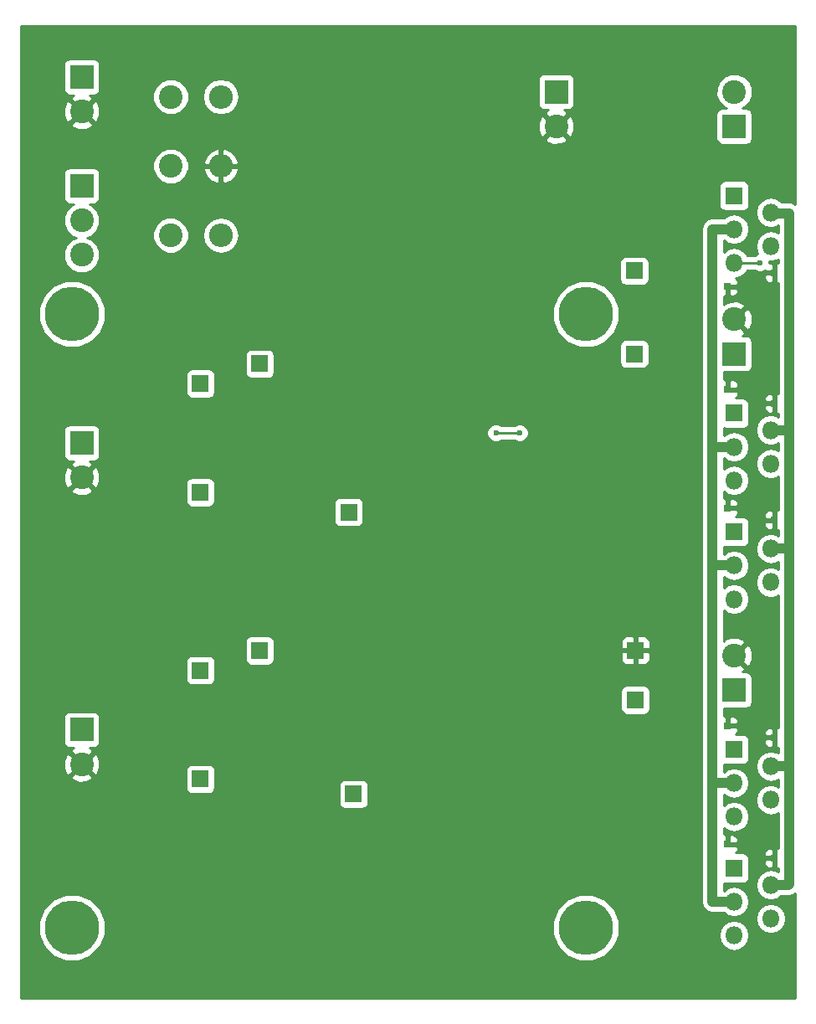
<source format=gbl>
%TF.GenerationSoftware,KiCad,Pcbnew,4.0.7-e2-6376~58~ubuntu16.04.1*%
%TF.CreationDate,2017-09-12T10:21:48+02:00*%
%TF.ProjectId,flt06,666C7430362E6B696361645F70636200,1*%
%TF.FileFunction,Copper,L2,Bot,Signal*%
%FSLAX46Y46*%
G04 Gerber Fmt 4.6, Leading zero omitted, Abs format (unit mm)*
G04 Created by KiCad (PCBNEW 4.0.7-e2-6376~58~ubuntu16.04.1) date Tue Sep 12 10:21:48 2017*
%MOMM*%
%LPD*%
G01*
G04 APERTURE LIST*
%ADD10C,0.100000*%
%ADD11C,0.600000*%
%ADD12R,1.700000X1.700000*%
%ADD13C,5.500000*%
%ADD14R,0.800000X0.750000*%
%ADD15C,2.400000*%
%ADD16R,2.400000X2.400000*%
%ADD17O,2.400000X2.400000*%
%ADD18R,1.800000X1.800000*%
%ADD19O,1.800000X1.800000*%
%ADD20C,0.250000*%
%ADD21C,1.000000*%
%ADD22C,0.254000*%
G04 APERTURE END LIST*
D10*
D11*
X134200000Y-134400000D03*
X168700000Y-90400000D03*
X151500000Y-89000000D03*
X153200000Y-125000000D03*
D12*
X122000000Y-102000000D03*
D13*
X161000000Y-84000000D03*
X161000000Y-146000000D03*
X109000000Y-84000000D03*
X109000000Y-146000000D03*
D14*
X180050000Y-79800000D03*
X181550000Y-79800000D03*
X173850000Y-81200000D03*
X175350000Y-81200000D03*
X180050000Y-93000000D03*
X181550000Y-93000000D03*
X180050000Y-104800000D03*
X181550000Y-104800000D03*
X180050000Y-126800000D03*
X181550000Y-126800000D03*
X180050000Y-139000000D03*
X181550000Y-139000000D03*
X173850000Y-91600000D03*
X175350000Y-91600000D03*
X173850000Y-103600000D03*
X175350000Y-103600000D03*
X173850000Y-125600000D03*
X175350000Y-125600000D03*
X173850000Y-137600000D03*
X175350000Y-137600000D03*
D15*
X110000000Y-74500000D03*
X110000000Y-78000000D03*
D16*
X110000000Y-71000000D03*
D15*
X110000000Y-63500000D03*
D16*
X110000000Y-60000000D03*
D15*
X110000000Y-100500000D03*
D16*
X110000000Y-97000000D03*
D15*
X176000000Y-84500000D03*
D16*
X176000000Y-88000000D03*
D15*
X110000000Y-129500000D03*
D16*
X110000000Y-126000000D03*
D15*
X176000000Y-118500000D03*
D16*
X176000000Y-122000000D03*
D12*
X122000000Y-91000000D03*
X128000000Y-89000000D03*
X137000000Y-104000000D03*
X165900000Y-79600000D03*
X165900000Y-88000000D03*
X122000000Y-120000000D03*
X122000000Y-131000000D03*
X128000000Y-118000000D03*
X137500000Y-132500000D03*
X166000000Y-123000000D03*
D15*
X119000000Y-62000000D03*
D17*
X124080000Y-62000000D03*
D15*
X119000000Y-69000000D03*
D17*
X124080000Y-69000000D03*
D15*
X119000000Y-76000000D03*
D17*
X124080000Y-76000000D03*
D12*
X166000000Y-118000000D03*
D18*
X176000000Y-72000000D03*
D19*
X179700000Y-73700000D03*
X176000000Y-75400000D03*
X179700000Y-77100000D03*
X176000000Y-78800000D03*
D18*
X176000000Y-94000000D03*
D19*
X179700000Y-95700000D03*
X176000000Y-97400000D03*
X179700000Y-99100000D03*
X176000000Y-100800000D03*
D18*
X176000000Y-106000000D03*
D19*
X179700000Y-107700000D03*
X176000000Y-109400000D03*
X179700000Y-111100000D03*
X176000000Y-112800000D03*
D18*
X176000000Y-128000000D03*
D19*
X179700000Y-129700000D03*
X176000000Y-131400000D03*
X179700000Y-133100000D03*
X176000000Y-134800000D03*
D18*
X176000000Y-140000000D03*
D19*
X179700000Y-141700000D03*
X176000000Y-143400000D03*
X179700000Y-145100000D03*
X176000000Y-146800000D03*
D15*
X158000000Y-65000000D03*
D16*
X158000000Y-61500000D03*
D15*
X176000000Y-61500000D03*
D16*
X176000000Y-65000000D03*
D11*
X144500000Y-98700000D03*
X146700000Y-102000000D03*
X150100000Y-131900000D03*
X149700000Y-118900000D03*
X139000000Y-130200000D03*
X137400000Y-124800000D03*
X130300000Y-119500000D03*
X125600000Y-132100000D03*
X125800000Y-126500000D03*
X127500000Y-71000000D03*
X127500000Y-67000000D03*
X161500000Y-97400000D03*
X157900000Y-90200000D03*
X144200000Y-90100000D03*
X139000000Y-101300000D03*
X137300000Y-95800000D03*
X131700000Y-88300000D03*
X125100000Y-103100000D03*
X125800000Y-98000000D03*
X178600000Y-78800000D03*
X151900000Y-96000000D03*
X154300000Y-96000000D03*
D20*
X181550000Y-139000000D02*
X181550000Y-141650000D01*
X181550000Y-141650000D02*
X181500000Y-141700000D01*
X181500000Y-141700000D02*
X179700000Y-141700000D01*
X181550000Y-126800000D02*
X181550000Y-129550000D01*
X181550000Y-129550000D02*
X181400000Y-129700000D01*
X181400000Y-129700000D02*
X179700000Y-129700000D01*
D21*
X179700000Y-129700000D02*
X181400000Y-129700000D01*
X181400000Y-129700000D02*
X181600000Y-129500000D01*
D20*
X181550000Y-104800000D02*
X181550000Y-107700000D01*
X181550000Y-107700000D02*
X179700000Y-107700000D01*
D21*
X179700000Y-141700000D02*
X181500000Y-141700000D01*
D20*
X181550000Y-79800000D02*
X181550000Y-73800000D01*
X181450000Y-73700000D02*
X179700000Y-73700000D01*
X181550000Y-73800000D02*
X181450000Y-73700000D01*
D21*
X179700000Y-73700000D02*
X179800000Y-73800000D01*
X179800000Y-73800000D02*
X181600000Y-73800000D01*
X181600000Y-73800000D02*
X181600000Y-92950000D01*
X181600000Y-92950000D02*
X181550000Y-93000000D01*
X181600000Y-96000000D02*
X181600000Y-93050000D01*
X181600000Y-93050000D02*
X181550000Y-93000000D01*
X179700000Y-107700000D02*
X181600000Y-107700000D01*
X181600000Y-107700000D02*
X181600000Y-107800000D01*
X181300000Y-95700000D02*
X179700000Y-95700000D01*
X181600000Y-96000000D02*
X181300000Y-95700000D01*
X181600000Y-141600000D02*
X181600000Y-129500000D01*
X181600000Y-129500000D02*
X181600000Y-107800000D01*
X181600000Y-107800000D02*
X181600000Y-96000000D01*
X181500000Y-141700000D02*
X181600000Y-141600000D01*
X176000000Y-131400000D02*
X173800000Y-131400000D01*
X173800000Y-131400000D02*
X173800000Y-131200000D01*
D20*
X173850000Y-125600000D02*
X173850000Y-131400000D01*
X173850000Y-131400000D02*
X176000000Y-131400000D01*
X173850000Y-137600000D02*
X173850000Y-131400000D01*
X173850000Y-103600000D02*
X173850000Y-97300000D01*
X173850000Y-97300000D02*
X173950000Y-97400000D01*
X173950000Y-97400000D02*
X176000000Y-97400000D01*
X173850000Y-91600000D02*
X173850000Y-97300000D01*
X173850000Y-97300000D02*
X173950000Y-97400000D01*
X173950000Y-97400000D02*
X176000000Y-97400000D01*
X173850000Y-81200000D02*
X173850000Y-75400000D01*
X173850000Y-75400000D02*
X176000000Y-75400000D01*
D21*
X173950000Y-97400000D02*
X173800000Y-97250000D01*
X173800000Y-97250000D02*
X173800000Y-75400000D01*
X173800000Y-75400000D02*
X176000000Y-75400000D01*
X176000000Y-109400000D02*
X173800000Y-109400000D01*
X176000000Y-143400000D02*
X173800000Y-143400000D01*
X173800000Y-143400000D02*
X173800000Y-131200000D01*
X173800000Y-97400000D02*
X176000000Y-97400000D01*
X173800000Y-131200000D02*
X173800000Y-109400000D01*
X173800000Y-109400000D02*
X173800000Y-97400000D01*
D20*
X178600000Y-78800000D02*
X176000000Y-78800000D01*
X154300000Y-96000000D02*
X151900000Y-96000000D01*
D22*
G36*
X182174500Y-72845045D02*
X182034346Y-72751397D01*
X181600000Y-72665000D01*
X180839185Y-72665000D01*
X180785409Y-72584519D01*
X180287419Y-72251773D01*
X179700000Y-72134928D01*
X179112581Y-72251773D01*
X178614591Y-72584519D01*
X178281845Y-73082509D01*
X178165000Y-73669928D01*
X178165000Y-73730072D01*
X178281845Y-74317491D01*
X178614591Y-74815481D01*
X179112581Y-75148227D01*
X179700000Y-75265072D01*
X180287419Y-75148227D01*
X180465000Y-75029571D01*
X180465000Y-75770429D01*
X180287419Y-75651773D01*
X179700000Y-75534928D01*
X179112581Y-75651773D01*
X178614591Y-75984519D01*
X178281845Y-76482509D01*
X178165000Y-77069928D01*
X178165000Y-77130072D01*
X178281845Y-77717491D01*
X178387771Y-77876020D01*
X178071057Y-78006883D01*
X178037882Y-78040000D01*
X177322934Y-78040000D01*
X177085409Y-77684519D01*
X176587419Y-77351773D01*
X176000000Y-77234928D01*
X175412581Y-77351773D01*
X174935000Y-77670882D01*
X174935000Y-76535000D01*
X174943803Y-76535000D01*
X175412581Y-76848227D01*
X176000000Y-76965072D01*
X176587419Y-76848227D01*
X177085409Y-76515481D01*
X177418155Y-76017491D01*
X177535000Y-75430072D01*
X177535000Y-75369928D01*
X177418155Y-74782509D01*
X177085409Y-74284519D01*
X176587419Y-73951773D01*
X176000000Y-73834928D01*
X175412581Y-73951773D01*
X174943803Y-74265000D01*
X173800000Y-74265000D01*
X173365654Y-74351397D01*
X172997434Y-74597434D01*
X172751397Y-74965654D01*
X172665000Y-75400000D01*
X172665000Y-97250000D01*
X172679918Y-97325000D01*
X172665000Y-97400000D01*
X172665000Y-143400000D01*
X172751397Y-143834346D01*
X172997434Y-144202566D01*
X173365654Y-144448603D01*
X173800000Y-144535000D01*
X174943803Y-144535000D01*
X175412581Y-144848227D01*
X176000000Y-144965072D01*
X176587419Y-144848227D01*
X177085409Y-144515481D01*
X177418155Y-144017491D01*
X177535000Y-143430072D01*
X177535000Y-143369928D01*
X177418155Y-142782509D01*
X177085409Y-142284519D01*
X176587419Y-141951773D01*
X176000000Y-141834928D01*
X175412581Y-141951773D01*
X174943803Y-142265000D01*
X174935000Y-142265000D01*
X174935000Y-141514027D01*
X175100000Y-141547440D01*
X176900000Y-141547440D01*
X177135317Y-141503162D01*
X177351441Y-141364090D01*
X177496431Y-141151890D01*
X177547440Y-140900000D01*
X177547440Y-139285750D01*
X179015000Y-139285750D01*
X179015000Y-139501310D01*
X179111673Y-139734699D01*
X179290302Y-139913327D01*
X179523691Y-140010000D01*
X179764250Y-140010000D01*
X179923000Y-139851250D01*
X179923000Y-139127000D01*
X179173750Y-139127000D01*
X179015000Y-139285750D01*
X177547440Y-139285750D01*
X177547440Y-139100000D01*
X177503162Y-138864683D01*
X177364090Y-138648559D01*
X177151890Y-138503569D01*
X177127797Y-138498690D01*
X179015000Y-138498690D01*
X179015000Y-138714250D01*
X179173750Y-138873000D01*
X179923000Y-138873000D01*
X179923000Y-138148750D01*
X179764250Y-137990000D01*
X179523691Y-137990000D01*
X179290302Y-138086673D01*
X179111673Y-138265301D01*
X179015000Y-138498690D01*
X177127797Y-138498690D01*
X176900000Y-138452560D01*
X176170465Y-138452560D01*
X176288327Y-138334699D01*
X176385000Y-138101310D01*
X176385000Y-137885750D01*
X176226250Y-137727000D01*
X175477000Y-137727000D01*
X175477000Y-137747000D01*
X175223000Y-137747000D01*
X175223000Y-137727000D01*
X175203000Y-137727000D01*
X175203000Y-137473000D01*
X175223000Y-137473000D01*
X175223000Y-136748750D01*
X175477000Y-136748750D01*
X175477000Y-137473000D01*
X176226250Y-137473000D01*
X176385000Y-137314250D01*
X176385000Y-137098690D01*
X176288327Y-136865301D01*
X176109698Y-136686673D01*
X175876309Y-136590000D01*
X175635750Y-136590000D01*
X175477000Y-136748750D01*
X175223000Y-136748750D01*
X175064250Y-136590000D01*
X174935000Y-136590000D01*
X174935000Y-135929118D01*
X175412581Y-136248227D01*
X176000000Y-136365072D01*
X176587419Y-136248227D01*
X177085409Y-135915481D01*
X177418155Y-135417491D01*
X177535000Y-134830072D01*
X177535000Y-134769928D01*
X177418155Y-134182509D01*
X177085409Y-133684519D01*
X176587419Y-133351773D01*
X176000000Y-133234928D01*
X175412581Y-133351773D01*
X174935000Y-133670882D01*
X174935000Y-132535000D01*
X174943803Y-132535000D01*
X175412581Y-132848227D01*
X176000000Y-132965072D01*
X176587419Y-132848227D01*
X177085409Y-132515481D01*
X177418155Y-132017491D01*
X177535000Y-131430072D01*
X177535000Y-131369928D01*
X177418155Y-130782509D01*
X177085409Y-130284519D01*
X176587419Y-129951773D01*
X176000000Y-129834928D01*
X175412581Y-129951773D01*
X174943803Y-130265000D01*
X174935000Y-130265000D01*
X174935000Y-129514027D01*
X175100000Y-129547440D01*
X176900000Y-129547440D01*
X177135317Y-129503162D01*
X177351441Y-129364090D01*
X177496431Y-129151890D01*
X177547440Y-128900000D01*
X177547440Y-127100000D01*
X177544759Y-127085750D01*
X179015000Y-127085750D01*
X179015000Y-127301310D01*
X179111673Y-127534699D01*
X179290302Y-127713327D01*
X179523691Y-127810000D01*
X179764250Y-127810000D01*
X179923000Y-127651250D01*
X179923000Y-126927000D01*
X179173750Y-126927000D01*
X179015000Y-127085750D01*
X177544759Y-127085750D01*
X177503162Y-126864683D01*
X177364090Y-126648559D01*
X177151890Y-126503569D01*
X176900000Y-126452560D01*
X176170465Y-126452560D01*
X176288327Y-126334699D01*
X176303242Y-126298690D01*
X179015000Y-126298690D01*
X179015000Y-126514250D01*
X179173750Y-126673000D01*
X179923000Y-126673000D01*
X179923000Y-125948750D01*
X179764250Y-125790000D01*
X179523691Y-125790000D01*
X179290302Y-125886673D01*
X179111673Y-126065301D01*
X179015000Y-126298690D01*
X176303242Y-126298690D01*
X176385000Y-126101310D01*
X176385000Y-125885750D01*
X176226250Y-125727000D01*
X175477000Y-125727000D01*
X175477000Y-125747000D01*
X175223000Y-125747000D01*
X175223000Y-125727000D01*
X175203000Y-125727000D01*
X175203000Y-125473000D01*
X175223000Y-125473000D01*
X175223000Y-124748750D01*
X175477000Y-124748750D01*
X175477000Y-125473000D01*
X176226250Y-125473000D01*
X176385000Y-125314250D01*
X176385000Y-125098690D01*
X176288327Y-124865301D01*
X176109698Y-124686673D01*
X175876309Y-124590000D01*
X175635750Y-124590000D01*
X175477000Y-124748750D01*
X175223000Y-124748750D01*
X175064250Y-124590000D01*
X174935000Y-124590000D01*
X174935000Y-123847440D01*
X177200000Y-123847440D01*
X177435317Y-123803162D01*
X177651441Y-123664090D01*
X177796431Y-123451890D01*
X177847440Y-123200000D01*
X177847440Y-120800000D01*
X177803162Y-120564683D01*
X177664090Y-120348559D01*
X177451890Y-120203569D01*
X177200000Y-120152560D01*
X176830819Y-120152560D01*
X176994435Y-120084788D01*
X177117570Y-119797175D01*
X176000000Y-118679605D01*
X175985858Y-118693748D01*
X175806253Y-118514143D01*
X175820395Y-118500000D01*
X176179605Y-118500000D01*
X177297175Y-119617570D01*
X177584788Y-119494435D01*
X177844707Y-118812266D01*
X177823786Y-118082557D01*
X177584788Y-117505565D01*
X177297175Y-117382430D01*
X176179605Y-118500000D01*
X175820395Y-118500000D01*
X175806253Y-118485858D01*
X175985858Y-118306253D01*
X176000000Y-118320395D01*
X177117570Y-117202825D01*
X176994435Y-116915212D01*
X176312266Y-116655293D01*
X175582557Y-116676214D01*
X175005565Y-116915212D01*
X174935000Y-117080034D01*
X174935000Y-113929118D01*
X175412581Y-114248227D01*
X176000000Y-114365072D01*
X176587419Y-114248227D01*
X177085409Y-113915481D01*
X177418155Y-113417491D01*
X177535000Y-112830072D01*
X177535000Y-112769928D01*
X177418155Y-112182509D01*
X177085409Y-111684519D01*
X176587419Y-111351773D01*
X176000000Y-111234928D01*
X175412581Y-111351773D01*
X174935000Y-111670882D01*
X174935000Y-110535000D01*
X174943803Y-110535000D01*
X175412581Y-110848227D01*
X176000000Y-110965072D01*
X176587419Y-110848227D01*
X177085409Y-110515481D01*
X177418155Y-110017491D01*
X177535000Y-109430072D01*
X177535000Y-109369928D01*
X177418155Y-108782509D01*
X177085409Y-108284519D01*
X176587419Y-107951773D01*
X176000000Y-107834928D01*
X175412581Y-107951773D01*
X174943803Y-108265000D01*
X174935000Y-108265000D01*
X174935000Y-107514027D01*
X175100000Y-107547440D01*
X176900000Y-107547440D01*
X177135317Y-107503162D01*
X177351441Y-107364090D01*
X177496431Y-107151890D01*
X177547440Y-106900000D01*
X177547440Y-105100000D01*
X177544759Y-105085750D01*
X179015000Y-105085750D01*
X179015000Y-105301310D01*
X179111673Y-105534699D01*
X179290302Y-105713327D01*
X179523691Y-105810000D01*
X179764250Y-105810000D01*
X179923000Y-105651250D01*
X179923000Y-104927000D01*
X179173750Y-104927000D01*
X179015000Y-105085750D01*
X177544759Y-105085750D01*
X177503162Y-104864683D01*
X177364090Y-104648559D01*
X177151890Y-104503569D01*
X176900000Y-104452560D01*
X176170465Y-104452560D01*
X176288327Y-104334699D01*
X176303242Y-104298690D01*
X179015000Y-104298690D01*
X179015000Y-104514250D01*
X179173750Y-104673000D01*
X179923000Y-104673000D01*
X179923000Y-103948750D01*
X179764250Y-103790000D01*
X179523691Y-103790000D01*
X179290302Y-103886673D01*
X179111673Y-104065301D01*
X179015000Y-104298690D01*
X176303242Y-104298690D01*
X176385000Y-104101310D01*
X176385000Y-103885750D01*
X176226250Y-103727000D01*
X175477000Y-103727000D01*
X175477000Y-103747000D01*
X175223000Y-103747000D01*
X175223000Y-103727000D01*
X175203000Y-103727000D01*
X175203000Y-103473000D01*
X175223000Y-103473000D01*
X175223000Y-102748750D01*
X175477000Y-102748750D01*
X175477000Y-103473000D01*
X176226250Y-103473000D01*
X176385000Y-103314250D01*
X176385000Y-103098690D01*
X176288327Y-102865301D01*
X176109698Y-102686673D01*
X175876309Y-102590000D01*
X175635750Y-102590000D01*
X175477000Y-102748750D01*
X175223000Y-102748750D01*
X175064250Y-102590000D01*
X174935000Y-102590000D01*
X174935000Y-101929118D01*
X175412581Y-102248227D01*
X176000000Y-102365072D01*
X176587419Y-102248227D01*
X177085409Y-101915481D01*
X177418155Y-101417491D01*
X177535000Y-100830072D01*
X177535000Y-100769928D01*
X177418155Y-100182509D01*
X177085409Y-99684519D01*
X176587419Y-99351773D01*
X176000000Y-99234928D01*
X175412581Y-99351773D01*
X174935000Y-99670882D01*
X174935000Y-98535000D01*
X174943803Y-98535000D01*
X175412581Y-98848227D01*
X176000000Y-98965072D01*
X176587419Y-98848227D01*
X177085409Y-98515481D01*
X177418155Y-98017491D01*
X177535000Y-97430072D01*
X177535000Y-97369928D01*
X177418155Y-96782509D01*
X177085409Y-96284519D01*
X176587419Y-95951773D01*
X176000000Y-95834928D01*
X175412581Y-95951773D01*
X174943803Y-96265000D01*
X174935000Y-96265000D01*
X174935000Y-95514027D01*
X175100000Y-95547440D01*
X176900000Y-95547440D01*
X177135317Y-95503162D01*
X177351441Y-95364090D01*
X177496431Y-95151890D01*
X177547440Y-94900000D01*
X177547440Y-93285750D01*
X179015000Y-93285750D01*
X179015000Y-93501310D01*
X179111673Y-93734699D01*
X179290302Y-93913327D01*
X179523691Y-94010000D01*
X179764250Y-94010000D01*
X179923000Y-93851250D01*
X179923000Y-93127000D01*
X179173750Y-93127000D01*
X179015000Y-93285750D01*
X177547440Y-93285750D01*
X177547440Y-93100000D01*
X177503162Y-92864683D01*
X177364090Y-92648559D01*
X177151890Y-92503569D01*
X177127797Y-92498690D01*
X179015000Y-92498690D01*
X179015000Y-92714250D01*
X179173750Y-92873000D01*
X179923000Y-92873000D01*
X179923000Y-92148750D01*
X179764250Y-91990000D01*
X179523691Y-91990000D01*
X179290302Y-92086673D01*
X179111673Y-92265301D01*
X179015000Y-92498690D01*
X177127797Y-92498690D01*
X176900000Y-92452560D01*
X176170465Y-92452560D01*
X176288327Y-92334699D01*
X176385000Y-92101310D01*
X176385000Y-91885750D01*
X176226250Y-91727000D01*
X175477000Y-91727000D01*
X175477000Y-91747000D01*
X175223000Y-91747000D01*
X175223000Y-91727000D01*
X175203000Y-91727000D01*
X175203000Y-91473000D01*
X175223000Y-91473000D01*
X175223000Y-90748750D01*
X175477000Y-90748750D01*
X175477000Y-91473000D01*
X176226250Y-91473000D01*
X176385000Y-91314250D01*
X176385000Y-91098690D01*
X176288327Y-90865301D01*
X176109698Y-90686673D01*
X175876309Y-90590000D01*
X175635750Y-90590000D01*
X175477000Y-90748750D01*
X175223000Y-90748750D01*
X175064250Y-90590000D01*
X174935000Y-90590000D01*
X174935000Y-89847440D01*
X177200000Y-89847440D01*
X177435317Y-89803162D01*
X177651441Y-89664090D01*
X177796431Y-89451890D01*
X177847440Y-89200000D01*
X177847440Y-86800000D01*
X177803162Y-86564683D01*
X177664090Y-86348559D01*
X177451890Y-86203569D01*
X177200000Y-86152560D01*
X176830819Y-86152560D01*
X176994435Y-86084788D01*
X177117570Y-85797175D01*
X176000000Y-84679605D01*
X175985858Y-84693748D01*
X175806253Y-84514143D01*
X175820395Y-84500000D01*
X176179605Y-84500000D01*
X177297175Y-85617570D01*
X177584788Y-85494435D01*
X177844707Y-84812266D01*
X177823786Y-84082557D01*
X177584788Y-83505565D01*
X177297175Y-83382430D01*
X176179605Y-84500000D01*
X175820395Y-84500000D01*
X175806253Y-84485858D01*
X175985858Y-84306253D01*
X176000000Y-84320395D01*
X177117570Y-83202825D01*
X176994435Y-82915212D01*
X176312266Y-82655293D01*
X175582557Y-82676214D01*
X175005565Y-82915212D01*
X174935000Y-83080034D01*
X174935000Y-82210000D01*
X175064250Y-82210000D01*
X175223000Y-82051250D01*
X175223000Y-81327000D01*
X175477000Y-81327000D01*
X175477000Y-82051250D01*
X175635750Y-82210000D01*
X175876309Y-82210000D01*
X176109698Y-82113327D01*
X176288327Y-81934699D01*
X176385000Y-81701310D01*
X176385000Y-81485750D01*
X176226250Y-81327000D01*
X175477000Y-81327000D01*
X175223000Y-81327000D01*
X175203000Y-81327000D01*
X175203000Y-81073000D01*
X175223000Y-81073000D01*
X175223000Y-81053000D01*
X175477000Y-81053000D01*
X175477000Y-81073000D01*
X176226250Y-81073000D01*
X176385000Y-80914250D01*
X176385000Y-80698690D01*
X176288327Y-80465301D01*
X176156890Y-80333865D01*
X176587419Y-80248227D01*
X176830583Y-80085750D01*
X179015000Y-80085750D01*
X179015000Y-80301310D01*
X179111673Y-80534699D01*
X179290302Y-80713327D01*
X179523691Y-80810000D01*
X179764250Y-80810000D01*
X179923000Y-80651250D01*
X179923000Y-79927000D01*
X179173750Y-79927000D01*
X179015000Y-80085750D01*
X176830583Y-80085750D01*
X177085409Y-79915481D01*
X177322934Y-79560000D01*
X178037537Y-79560000D01*
X178069673Y-79592192D01*
X178413201Y-79734838D01*
X178785167Y-79735162D01*
X179104123Y-79603373D01*
X179173750Y-79673000D01*
X179923000Y-79673000D01*
X179923000Y-78948750D01*
X179764250Y-78790000D01*
X179535009Y-78790000D01*
X179535147Y-78632281D01*
X179700000Y-78665072D01*
X180287419Y-78548227D01*
X180465000Y-78429571D01*
X180465000Y-78790000D01*
X180335750Y-78790000D01*
X180177000Y-78948750D01*
X180177000Y-79673000D01*
X180197000Y-79673000D01*
X180197000Y-79927000D01*
X180177000Y-79927000D01*
X180177000Y-80651250D01*
X180335750Y-80810000D01*
X180465000Y-80810000D01*
X180465000Y-91990000D01*
X180335750Y-91990000D01*
X180177000Y-92148750D01*
X180177000Y-92873000D01*
X180197000Y-92873000D01*
X180197000Y-93127000D01*
X180177000Y-93127000D01*
X180177000Y-93851250D01*
X180335750Y-94010000D01*
X180465000Y-94010000D01*
X180465000Y-94370429D01*
X180287419Y-94251773D01*
X179700000Y-94134928D01*
X179112581Y-94251773D01*
X178614591Y-94584519D01*
X178281845Y-95082509D01*
X178165000Y-95669928D01*
X178165000Y-95730072D01*
X178281845Y-96317491D01*
X178614591Y-96815481D01*
X179112581Y-97148227D01*
X179700000Y-97265072D01*
X180287419Y-97148227D01*
X180465000Y-97029571D01*
X180465000Y-97770429D01*
X180287419Y-97651773D01*
X179700000Y-97534928D01*
X179112581Y-97651773D01*
X178614591Y-97984519D01*
X178281845Y-98482509D01*
X178165000Y-99069928D01*
X178165000Y-99130072D01*
X178281845Y-99717491D01*
X178614591Y-100215481D01*
X179112581Y-100548227D01*
X179700000Y-100665072D01*
X180287419Y-100548227D01*
X180465000Y-100429571D01*
X180465000Y-103790000D01*
X180335750Y-103790000D01*
X180177000Y-103948750D01*
X180177000Y-104673000D01*
X180197000Y-104673000D01*
X180197000Y-104927000D01*
X180177000Y-104927000D01*
X180177000Y-105651250D01*
X180335750Y-105810000D01*
X180465000Y-105810000D01*
X180465000Y-106370429D01*
X180287419Y-106251773D01*
X179700000Y-106134928D01*
X179112581Y-106251773D01*
X178614591Y-106584519D01*
X178281845Y-107082509D01*
X178165000Y-107669928D01*
X178165000Y-107730072D01*
X178281845Y-108317491D01*
X178614591Y-108815481D01*
X179112581Y-109148227D01*
X179700000Y-109265072D01*
X180287419Y-109148227D01*
X180465000Y-109029571D01*
X180465000Y-109770429D01*
X180287419Y-109651773D01*
X179700000Y-109534928D01*
X179112581Y-109651773D01*
X178614591Y-109984519D01*
X178281845Y-110482509D01*
X178165000Y-111069928D01*
X178165000Y-111130072D01*
X178281845Y-111717491D01*
X178614591Y-112215481D01*
X179112581Y-112548227D01*
X179700000Y-112665072D01*
X180287419Y-112548227D01*
X180465000Y-112429571D01*
X180465000Y-125790000D01*
X180335750Y-125790000D01*
X180177000Y-125948750D01*
X180177000Y-126673000D01*
X180197000Y-126673000D01*
X180197000Y-126927000D01*
X180177000Y-126927000D01*
X180177000Y-127651250D01*
X180335750Y-127810000D01*
X180465000Y-127810000D01*
X180465000Y-128370429D01*
X180287419Y-128251773D01*
X179700000Y-128134928D01*
X179112581Y-128251773D01*
X178614591Y-128584519D01*
X178281845Y-129082509D01*
X178165000Y-129669928D01*
X178165000Y-129730072D01*
X178281845Y-130317491D01*
X178614591Y-130815481D01*
X179112581Y-131148227D01*
X179700000Y-131265072D01*
X180287419Y-131148227D01*
X180465000Y-131029571D01*
X180465000Y-131770429D01*
X180287419Y-131651773D01*
X179700000Y-131534928D01*
X179112581Y-131651773D01*
X178614591Y-131984519D01*
X178281845Y-132482509D01*
X178165000Y-133069928D01*
X178165000Y-133130072D01*
X178281845Y-133717491D01*
X178614591Y-134215481D01*
X179112581Y-134548227D01*
X179700000Y-134665072D01*
X180287419Y-134548227D01*
X180465000Y-134429571D01*
X180465000Y-137990000D01*
X180335750Y-137990000D01*
X180177000Y-138148750D01*
X180177000Y-138873000D01*
X180197000Y-138873000D01*
X180197000Y-139127000D01*
X180177000Y-139127000D01*
X180177000Y-139851250D01*
X180335750Y-140010000D01*
X180465000Y-140010000D01*
X180465000Y-140370429D01*
X180287419Y-140251773D01*
X179700000Y-140134928D01*
X179112581Y-140251773D01*
X178614591Y-140584519D01*
X178281845Y-141082509D01*
X178165000Y-141669928D01*
X178165000Y-141730072D01*
X178281845Y-142317491D01*
X178614591Y-142815481D01*
X179112581Y-143148227D01*
X179700000Y-143265072D01*
X180287419Y-143148227D01*
X180756197Y-142835000D01*
X181500000Y-142835000D01*
X181934346Y-142748603D01*
X182174500Y-142588137D01*
X182174500Y-153174500D01*
X103825660Y-153174500D01*
X103825660Y-146670364D01*
X105614414Y-146670364D01*
X106128663Y-147914943D01*
X107080048Y-148867990D01*
X108323728Y-149384411D01*
X109670364Y-149385586D01*
X110914943Y-148871337D01*
X111867990Y-147919952D01*
X112384411Y-146676272D01*
X112384416Y-146670364D01*
X157614414Y-146670364D01*
X158128663Y-147914943D01*
X159080048Y-148867990D01*
X160323728Y-149384411D01*
X161670364Y-149385586D01*
X162914943Y-148871337D01*
X163867990Y-147919952D01*
X164345521Y-146769928D01*
X174465000Y-146769928D01*
X174465000Y-146830072D01*
X174581845Y-147417491D01*
X174914591Y-147915481D01*
X175412581Y-148248227D01*
X176000000Y-148365072D01*
X176587419Y-148248227D01*
X177085409Y-147915481D01*
X177418155Y-147417491D01*
X177535000Y-146830072D01*
X177535000Y-146769928D01*
X177418155Y-146182509D01*
X177085409Y-145684519D01*
X176587419Y-145351773D01*
X176000000Y-145234928D01*
X175412581Y-145351773D01*
X174914591Y-145684519D01*
X174581845Y-146182509D01*
X174465000Y-146769928D01*
X164345521Y-146769928D01*
X164384411Y-146676272D01*
X164385586Y-145329636D01*
X164278277Y-145069928D01*
X178165000Y-145069928D01*
X178165000Y-145130072D01*
X178281845Y-145717491D01*
X178614591Y-146215481D01*
X179112581Y-146548227D01*
X179700000Y-146665072D01*
X180287419Y-146548227D01*
X180785409Y-146215481D01*
X181118155Y-145717491D01*
X181235000Y-145130072D01*
X181235000Y-145069928D01*
X181118155Y-144482509D01*
X180785409Y-143984519D01*
X180287419Y-143651773D01*
X179700000Y-143534928D01*
X179112581Y-143651773D01*
X178614591Y-143984519D01*
X178281845Y-144482509D01*
X178165000Y-145069928D01*
X164278277Y-145069928D01*
X163871337Y-144085057D01*
X162919952Y-143132010D01*
X161676272Y-142615589D01*
X160329636Y-142614414D01*
X159085057Y-143128663D01*
X158132010Y-144080048D01*
X157615589Y-145323728D01*
X157614414Y-146670364D01*
X112384416Y-146670364D01*
X112385586Y-145329636D01*
X111871337Y-144085057D01*
X110919952Y-143132010D01*
X109676272Y-142615589D01*
X108329636Y-142614414D01*
X107085057Y-143128663D01*
X106132010Y-144080048D01*
X105615589Y-145323728D01*
X105614414Y-146670364D01*
X103825660Y-146670364D01*
X103825660Y-130797175D01*
X108882430Y-130797175D01*
X109005565Y-131084788D01*
X109687734Y-131344707D01*
X110417443Y-131323786D01*
X110994435Y-131084788D01*
X111117570Y-130797175D01*
X110000000Y-129679605D01*
X108882430Y-130797175D01*
X103825660Y-130797175D01*
X103825660Y-129187734D01*
X108155293Y-129187734D01*
X108176214Y-129917443D01*
X108415212Y-130494435D01*
X108702825Y-130617570D01*
X109820395Y-129500000D01*
X110179605Y-129500000D01*
X111297175Y-130617570D01*
X111584788Y-130494435D01*
X111716024Y-130150000D01*
X120502560Y-130150000D01*
X120502560Y-131850000D01*
X120546838Y-132085317D01*
X120685910Y-132301441D01*
X120898110Y-132446431D01*
X121150000Y-132497440D01*
X122850000Y-132497440D01*
X123085317Y-132453162D01*
X123301441Y-132314090D01*
X123446431Y-132101890D01*
X123497440Y-131850000D01*
X123497440Y-131650000D01*
X136002560Y-131650000D01*
X136002560Y-133350000D01*
X136046838Y-133585317D01*
X136185910Y-133801441D01*
X136398110Y-133946431D01*
X136650000Y-133997440D01*
X138350000Y-133997440D01*
X138585317Y-133953162D01*
X138801441Y-133814090D01*
X138946431Y-133601890D01*
X138997440Y-133350000D01*
X138997440Y-131650000D01*
X138953162Y-131414683D01*
X138814090Y-131198559D01*
X138601890Y-131053569D01*
X138350000Y-131002560D01*
X136650000Y-131002560D01*
X136414683Y-131046838D01*
X136198559Y-131185910D01*
X136053569Y-131398110D01*
X136002560Y-131650000D01*
X123497440Y-131650000D01*
X123497440Y-130150000D01*
X123453162Y-129914683D01*
X123314090Y-129698559D01*
X123101890Y-129553569D01*
X122850000Y-129502560D01*
X121150000Y-129502560D01*
X120914683Y-129546838D01*
X120698559Y-129685910D01*
X120553569Y-129898110D01*
X120502560Y-130150000D01*
X111716024Y-130150000D01*
X111844707Y-129812266D01*
X111823786Y-129082557D01*
X111584788Y-128505565D01*
X111297175Y-128382430D01*
X110179605Y-129500000D01*
X109820395Y-129500000D01*
X108702825Y-128382430D01*
X108415212Y-128505565D01*
X108155293Y-129187734D01*
X103825660Y-129187734D01*
X103825660Y-124800000D01*
X108152560Y-124800000D01*
X108152560Y-127200000D01*
X108196838Y-127435317D01*
X108335910Y-127651441D01*
X108548110Y-127796431D01*
X108800000Y-127847440D01*
X109169181Y-127847440D01*
X109005565Y-127915212D01*
X108882430Y-128202825D01*
X110000000Y-129320395D01*
X111117570Y-128202825D01*
X110994435Y-127915212D01*
X110816564Y-127847440D01*
X111200000Y-127847440D01*
X111435317Y-127803162D01*
X111651441Y-127664090D01*
X111796431Y-127451890D01*
X111847440Y-127200000D01*
X111847440Y-124800000D01*
X111803162Y-124564683D01*
X111664090Y-124348559D01*
X111451890Y-124203569D01*
X111200000Y-124152560D01*
X108800000Y-124152560D01*
X108564683Y-124196838D01*
X108348559Y-124335910D01*
X108203569Y-124548110D01*
X108152560Y-124800000D01*
X103825660Y-124800000D01*
X103825660Y-122150000D01*
X164502560Y-122150000D01*
X164502560Y-123850000D01*
X164546838Y-124085317D01*
X164685910Y-124301441D01*
X164898110Y-124446431D01*
X165150000Y-124497440D01*
X166850000Y-124497440D01*
X167085317Y-124453162D01*
X167301441Y-124314090D01*
X167446431Y-124101890D01*
X167497440Y-123850000D01*
X167497440Y-122150000D01*
X167453162Y-121914683D01*
X167314090Y-121698559D01*
X167101890Y-121553569D01*
X166850000Y-121502560D01*
X165150000Y-121502560D01*
X164914683Y-121546838D01*
X164698559Y-121685910D01*
X164553569Y-121898110D01*
X164502560Y-122150000D01*
X103825660Y-122150000D01*
X103825660Y-119150000D01*
X120502560Y-119150000D01*
X120502560Y-120850000D01*
X120546838Y-121085317D01*
X120685910Y-121301441D01*
X120898110Y-121446431D01*
X121150000Y-121497440D01*
X122850000Y-121497440D01*
X123085317Y-121453162D01*
X123301441Y-121314090D01*
X123446431Y-121101890D01*
X123497440Y-120850000D01*
X123497440Y-119150000D01*
X123453162Y-118914683D01*
X123314090Y-118698559D01*
X123101890Y-118553569D01*
X122850000Y-118502560D01*
X121150000Y-118502560D01*
X120914683Y-118546838D01*
X120698559Y-118685910D01*
X120553569Y-118898110D01*
X120502560Y-119150000D01*
X103825660Y-119150000D01*
X103825660Y-117150000D01*
X126502560Y-117150000D01*
X126502560Y-118850000D01*
X126546838Y-119085317D01*
X126685910Y-119301441D01*
X126898110Y-119446431D01*
X127150000Y-119497440D01*
X128850000Y-119497440D01*
X129085317Y-119453162D01*
X129301441Y-119314090D01*
X129446431Y-119101890D01*
X129497440Y-118850000D01*
X129497440Y-118285750D01*
X164515000Y-118285750D01*
X164515000Y-118976310D01*
X164611673Y-119209699D01*
X164790302Y-119388327D01*
X165023691Y-119485000D01*
X165714250Y-119485000D01*
X165873000Y-119326250D01*
X165873000Y-118127000D01*
X166127000Y-118127000D01*
X166127000Y-119326250D01*
X166285750Y-119485000D01*
X166976309Y-119485000D01*
X167209698Y-119388327D01*
X167388327Y-119209699D01*
X167485000Y-118976310D01*
X167485000Y-118285750D01*
X167326250Y-118127000D01*
X166127000Y-118127000D01*
X165873000Y-118127000D01*
X164673750Y-118127000D01*
X164515000Y-118285750D01*
X129497440Y-118285750D01*
X129497440Y-117150000D01*
X129473674Y-117023690D01*
X164515000Y-117023690D01*
X164515000Y-117714250D01*
X164673750Y-117873000D01*
X165873000Y-117873000D01*
X165873000Y-116673750D01*
X166127000Y-116673750D01*
X166127000Y-117873000D01*
X167326250Y-117873000D01*
X167485000Y-117714250D01*
X167485000Y-117023690D01*
X167388327Y-116790301D01*
X167209698Y-116611673D01*
X166976309Y-116515000D01*
X166285750Y-116515000D01*
X166127000Y-116673750D01*
X165873000Y-116673750D01*
X165714250Y-116515000D01*
X165023691Y-116515000D01*
X164790302Y-116611673D01*
X164611673Y-116790301D01*
X164515000Y-117023690D01*
X129473674Y-117023690D01*
X129453162Y-116914683D01*
X129314090Y-116698559D01*
X129101890Y-116553569D01*
X128850000Y-116502560D01*
X127150000Y-116502560D01*
X126914683Y-116546838D01*
X126698559Y-116685910D01*
X126553569Y-116898110D01*
X126502560Y-117150000D01*
X103825660Y-117150000D01*
X103825660Y-101797175D01*
X108882430Y-101797175D01*
X109005565Y-102084788D01*
X109687734Y-102344707D01*
X110417443Y-102323786D01*
X110994435Y-102084788D01*
X111117570Y-101797175D01*
X110000000Y-100679605D01*
X108882430Y-101797175D01*
X103825660Y-101797175D01*
X103825660Y-100187734D01*
X108155293Y-100187734D01*
X108176214Y-100917443D01*
X108415212Y-101494435D01*
X108702825Y-101617570D01*
X109820395Y-100500000D01*
X110179605Y-100500000D01*
X111297175Y-101617570D01*
X111584788Y-101494435D01*
X111716024Y-101150000D01*
X120502560Y-101150000D01*
X120502560Y-102850000D01*
X120546838Y-103085317D01*
X120685910Y-103301441D01*
X120898110Y-103446431D01*
X121150000Y-103497440D01*
X122850000Y-103497440D01*
X123085317Y-103453162D01*
X123301441Y-103314090D01*
X123413558Y-103150000D01*
X135502560Y-103150000D01*
X135502560Y-104850000D01*
X135546838Y-105085317D01*
X135685910Y-105301441D01*
X135898110Y-105446431D01*
X136150000Y-105497440D01*
X137850000Y-105497440D01*
X138085317Y-105453162D01*
X138301441Y-105314090D01*
X138446431Y-105101890D01*
X138497440Y-104850000D01*
X138497440Y-103150000D01*
X138453162Y-102914683D01*
X138314090Y-102698559D01*
X138101890Y-102553569D01*
X137850000Y-102502560D01*
X136150000Y-102502560D01*
X135914683Y-102546838D01*
X135698559Y-102685910D01*
X135553569Y-102898110D01*
X135502560Y-103150000D01*
X123413558Y-103150000D01*
X123446431Y-103101890D01*
X123497440Y-102850000D01*
X123497440Y-101150000D01*
X123453162Y-100914683D01*
X123314090Y-100698559D01*
X123101890Y-100553569D01*
X122850000Y-100502560D01*
X121150000Y-100502560D01*
X120914683Y-100546838D01*
X120698559Y-100685910D01*
X120553569Y-100898110D01*
X120502560Y-101150000D01*
X111716024Y-101150000D01*
X111844707Y-100812266D01*
X111823786Y-100082557D01*
X111584788Y-99505565D01*
X111297175Y-99382430D01*
X110179605Y-100500000D01*
X109820395Y-100500000D01*
X108702825Y-99382430D01*
X108415212Y-99505565D01*
X108155293Y-100187734D01*
X103825660Y-100187734D01*
X103825660Y-95800000D01*
X108152560Y-95800000D01*
X108152560Y-98200000D01*
X108196838Y-98435317D01*
X108335910Y-98651441D01*
X108548110Y-98796431D01*
X108800000Y-98847440D01*
X109169181Y-98847440D01*
X109005565Y-98915212D01*
X108882430Y-99202825D01*
X110000000Y-100320395D01*
X111117570Y-99202825D01*
X110994435Y-98915212D01*
X110816564Y-98847440D01*
X111200000Y-98847440D01*
X111435317Y-98803162D01*
X111651441Y-98664090D01*
X111796431Y-98451890D01*
X111847440Y-98200000D01*
X111847440Y-96185167D01*
X150964838Y-96185167D01*
X151106883Y-96528943D01*
X151369673Y-96792192D01*
X151713201Y-96934838D01*
X152085167Y-96935162D01*
X152428943Y-96793117D01*
X152462118Y-96760000D01*
X153737537Y-96760000D01*
X153769673Y-96792192D01*
X154113201Y-96934838D01*
X154485167Y-96935162D01*
X154828943Y-96793117D01*
X155092192Y-96530327D01*
X155234838Y-96186799D01*
X155235162Y-95814833D01*
X155093117Y-95471057D01*
X154830327Y-95207808D01*
X154486799Y-95065162D01*
X154114833Y-95064838D01*
X153771057Y-95206883D01*
X153737882Y-95240000D01*
X152462463Y-95240000D01*
X152430327Y-95207808D01*
X152086799Y-95065162D01*
X151714833Y-95064838D01*
X151371057Y-95206883D01*
X151107808Y-95469673D01*
X150965162Y-95813201D01*
X150964838Y-96185167D01*
X111847440Y-96185167D01*
X111847440Y-95800000D01*
X111803162Y-95564683D01*
X111664090Y-95348559D01*
X111451890Y-95203569D01*
X111200000Y-95152560D01*
X108800000Y-95152560D01*
X108564683Y-95196838D01*
X108348559Y-95335910D01*
X108203569Y-95548110D01*
X108152560Y-95800000D01*
X103825660Y-95800000D01*
X103825660Y-90150000D01*
X120502560Y-90150000D01*
X120502560Y-91850000D01*
X120546838Y-92085317D01*
X120685910Y-92301441D01*
X120898110Y-92446431D01*
X121150000Y-92497440D01*
X122850000Y-92497440D01*
X123085317Y-92453162D01*
X123301441Y-92314090D01*
X123446431Y-92101890D01*
X123497440Y-91850000D01*
X123497440Y-90150000D01*
X123453162Y-89914683D01*
X123314090Y-89698559D01*
X123101890Y-89553569D01*
X122850000Y-89502560D01*
X121150000Y-89502560D01*
X120914683Y-89546838D01*
X120698559Y-89685910D01*
X120553569Y-89898110D01*
X120502560Y-90150000D01*
X103825660Y-90150000D01*
X103825660Y-88150000D01*
X126502560Y-88150000D01*
X126502560Y-89850000D01*
X126546838Y-90085317D01*
X126685910Y-90301441D01*
X126898110Y-90446431D01*
X127150000Y-90497440D01*
X128850000Y-90497440D01*
X129085317Y-90453162D01*
X129301441Y-90314090D01*
X129446431Y-90101890D01*
X129497440Y-89850000D01*
X129497440Y-88150000D01*
X129453162Y-87914683D01*
X129314090Y-87698559D01*
X129101890Y-87553569D01*
X128850000Y-87502560D01*
X127150000Y-87502560D01*
X126914683Y-87546838D01*
X126698559Y-87685910D01*
X126553569Y-87898110D01*
X126502560Y-88150000D01*
X103825660Y-88150000D01*
X103825660Y-84670364D01*
X105614414Y-84670364D01*
X106128663Y-85914943D01*
X107080048Y-86867990D01*
X108323728Y-87384411D01*
X109670364Y-87385586D01*
X110914943Y-86871337D01*
X111867990Y-85919952D01*
X112384411Y-84676272D01*
X112384416Y-84670364D01*
X157614414Y-84670364D01*
X158128663Y-85914943D01*
X159080048Y-86867990D01*
X160323728Y-87384411D01*
X161670364Y-87385586D01*
X162240526Y-87150000D01*
X164402560Y-87150000D01*
X164402560Y-88850000D01*
X164446838Y-89085317D01*
X164585910Y-89301441D01*
X164798110Y-89446431D01*
X165050000Y-89497440D01*
X166750000Y-89497440D01*
X166985317Y-89453162D01*
X167201441Y-89314090D01*
X167346431Y-89101890D01*
X167397440Y-88850000D01*
X167397440Y-87150000D01*
X167353162Y-86914683D01*
X167214090Y-86698559D01*
X167001890Y-86553569D01*
X166750000Y-86502560D01*
X165050000Y-86502560D01*
X164814683Y-86546838D01*
X164598559Y-86685910D01*
X164453569Y-86898110D01*
X164402560Y-87150000D01*
X162240526Y-87150000D01*
X162914943Y-86871337D01*
X163867990Y-85919952D01*
X164384411Y-84676272D01*
X164385586Y-83329636D01*
X163871337Y-82085057D01*
X162919952Y-81132010D01*
X161676272Y-80615589D01*
X160329636Y-80614414D01*
X159085057Y-81128663D01*
X158132010Y-82080048D01*
X157615589Y-83323728D01*
X157614414Y-84670364D01*
X112384416Y-84670364D01*
X112385586Y-83329636D01*
X111871337Y-82085057D01*
X110919952Y-81132010D01*
X109676272Y-80615589D01*
X108329636Y-80614414D01*
X107085057Y-81128663D01*
X106132010Y-82080048D01*
X105615589Y-83323728D01*
X105614414Y-84670364D01*
X103825660Y-84670364D01*
X103825660Y-69800000D01*
X108152560Y-69800000D01*
X108152560Y-72200000D01*
X108196838Y-72435317D01*
X108335910Y-72651441D01*
X108548110Y-72796431D01*
X108800000Y-72847440D01*
X109194288Y-72847440D01*
X108961914Y-72943455D01*
X108445270Y-73459199D01*
X108165319Y-74133395D01*
X108164682Y-74863403D01*
X108443455Y-75538086D01*
X108959199Y-76054730D01*
X109429785Y-76250135D01*
X108961914Y-76443455D01*
X108445270Y-76959199D01*
X108165319Y-77633395D01*
X108164682Y-78363403D01*
X108443455Y-79038086D01*
X108959199Y-79554730D01*
X109633395Y-79834681D01*
X110363403Y-79835318D01*
X111038086Y-79556545D01*
X111554730Y-79040801D01*
X111675481Y-78750000D01*
X164402560Y-78750000D01*
X164402560Y-80450000D01*
X164446838Y-80685317D01*
X164585910Y-80901441D01*
X164798110Y-81046431D01*
X165050000Y-81097440D01*
X166750000Y-81097440D01*
X166985317Y-81053162D01*
X167201441Y-80914090D01*
X167346431Y-80701890D01*
X167397440Y-80450000D01*
X167397440Y-78750000D01*
X167353162Y-78514683D01*
X167214090Y-78298559D01*
X167001890Y-78153569D01*
X166750000Y-78102560D01*
X165050000Y-78102560D01*
X164814683Y-78146838D01*
X164598559Y-78285910D01*
X164453569Y-78498110D01*
X164402560Y-78750000D01*
X111675481Y-78750000D01*
X111834681Y-78366605D01*
X111835318Y-77636597D01*
X111556545Y-76961914D01*
X111040801Y-76445270D01*
X110843644Y-76363403D01*
X117164682Y-76363403D01*
X117443455Y-77038086D01*
X117959199Y-77554730D01*
X118633395Y-77834681D01*
X119363403Y-77835318D01*
X120038086Y-77556545D01*
X120554730Y-77040801D01*
X120834681Y-76366605D01*
X120835000Y-76000000D01*
X122209050Y-76000000D01*
X122348731Y-76702224D01*
X122746509Y-77297541D01*
X123341826Y-77695319D01*
X124044050Y-77835000D01*
X124115950Y-77835000D01*
X124818174Y-77695319D01*
X125413491Y-77297541D01*
X125811269Y-76702224D01*
X125950950Y-76000000D01*
X125811269Y-75297776D01*
X125413491Y-74702459D01*
X124818174Y-74304681D01*
X124115950Y-74165000D01*
X124044050Y-74165000D01*
X123341826Y-74304681D01*
X122746509Y-74702459D01*
X122348731Y-75297776D01*
X122209050Y-76000000D01*
X120835000Y-76000000D01*
X120835318Y-75636597D01*
X120556545Y-74961914D01*
X120040801Y-74445270D01*
X119366605Y-74165319D01*
X118636597Y-74164682D01*
X117961914Y-74443455D01*
X117445270Y-74959199D01*
X117165319Y-75633395D01*
X117164682Y-76363403D01*
X110843644Y-76363403D01*
X110570215Y-76249865D01*
X111038086Y-76056545D01*
X111554730Y-75540801D01*
X111834681Y-74866605D01*
X111835318Y-74136597D01*
X111556545Y-73461914D01*
X111040801Y-72945270D01*
X110805201Y-72847440D01*
X111200000Y-72847440D01*
X111435317Y-72803162D01*
X111651441Y-72664090D01*
X111796431Y-72451890D01*
X111847440Y-72200000D01*
X111847440Y-71100000D01*
X174452560Y-71100000D01*
X174452560Y-72900000D01*
X174496838Y-73135317D01*
X174635910Y-73351441D01*
X174848110Y-73496431D01*
X175100000Y-73547440D01*
X176900000Y-73547440D01*
X177135317Y-73503162D01*
X177351441Y-73364090D01*
X177496431Y-73151890D01*
X177547440Y-72900000D01*
X177547440Y-71100000D01*
X177503162Y-70864683D01*
X177364090Y-70648559D01*
X177151890Y-70503569D01*
X176900000Y-70452560D01*
X175100000Y-70452560D01*
X174864683Y-70496838D01*
X174648559Y-70635910D01*
X174503569Y-70848110D01*
X174452560Y-71100000D01*
X111847440Y-71100000D01*
X111847440Y-69800000D01*
X111803162Y-69564683D01*
X111673642Y-69363403D01*
X117164682Y-69363403D01*
X117443455Y-70038086D01*
X117959199Y-70554730D01*
X118633395Y-70834681D01*
X119363403Y-70835318D01*
X120038086Y-70556545D01*
X120554730Y-70040801D01*
X120815912Y-69411805D01*
X122291805Y-69411805D01*
X122524358Y-69973258D01*
X123015224Y-70494492D01*
X123668193Y-70788203D01*
X123953000Y-70671858D01*
X123953000Y-69127000D01*
X124207000Y-69127000D01*
X124207000Y-70671858D01*
X124491807Y-70788203D01*
X125144776Y-70494492D01*
X125635642Y-69973258D01*
X125868195Y-69411805D01*
X125751432Y-69127000D01*
X124207000Y-69127000D01*
X123953000Y-69127000D01*
X122408568Y-69127000D01*
X122291805Y-69411805D01*
X120815912Y-69411805D01*
X120834681Y-69366605D01*
X120835318Y-68636597D01*
X120815319Y-68588195D01*
X122291805Y-68588195D01*
X122408568Y-68873000D01*
X123953000Y-68873000D01*
X123953000Y-67328142D01*
X124207000Y-67328142D01*
X124207000Y-68873000D01*
X125751432Y-68873000D01*
X125868195Y-68588195D01*
X125635642Y-68026742D01*
X125144776Y-67505508D01*
X124491807Y-67211797D01*
X124207000Y-67328142D01*
X123953000Y-67328142D01*
X123668193Y-67211797D01*
X123015224Y-67505508D01*
X122524358Y-68026742D01*
X122291805Y-68588195D01*
X120815319Y-68588195D01*
X120556545Y-67961914D01*
X120040801Y-67445270D01*
X119366605Y-67165319D01*
X118636597Y-67164682D01*
X117961914Y-67443455D01*
X117445270Y-67959199D01*
X117165319Y-68633395D01*
X117164682Y-69363403D01*
X111673642Y-69363403D01*
X111664090Y-69348559D01*
X111451890Y-69203569D01*
X111200000Y-69152560D01*
X108800000Y-69152560D01*
X108564683Y-69196838D01*
X108348559Y-69335910D01*
X108203569Y-69548110D01*
X108152560Y-69800000D01*
X103825660Y-69800000D01*
X103825660Y-66297175D01*
X156882430Y-66297175D01*
X157005565Y-66584788D01*
X157687734Y-66844707D01*
X158417443Y-66823786D01*
X158994435Y-66584788D01*
X159117570Y-66297175D01*
X158000000Y-65179605D01*
X156882430Y-66297175D01*
X103825660Y-66297175D01*
X103825660Y-64797175D01*
X108882430Y-64797175D01*
X109005565Y-65084788D01*
X109687734Y-65344707D01*
X110417443Y-65323786D01*
X110994435Y-65084788D01*
X111117570Y-64797175D01*
X111008129Y-64687734D01*
X156155293Y-64687734D01*
X156176214Y-65417443D01*
X156415212Y-65994435D01*
X156702825Y-66117570D01*
X157820395Y-65000000D01*
X158179605Y-65000000D01*
X159297175Y-66117570D01*
X159584788Y-65994435D01*
X159844707Y-65312266D01*
X159823786Y-64582557D01*
X159584788Y-64005565D01*
X159297175Y-63882430D01*
X158179605Y-65000000D01*
X157820395Y-65000000D01*
X156702825Y-63882430D01*
X156415212Y-64005565D01*
X156155293Y-64687734D01*
X111008129Y-64687734D01*
X110000000Y-63679605D01*
X108882430Y-64797175D01*
X103825660Y-64797175D01*
X103825660Y-63187734D01*
X108155293Y-63187734D01*
X108176214Y-63917443D01*
X108415212Y-64494435D01*
X108702825Y-64617570D01*
X109820395Y-63500000D01*
X110179605Y-63500000D01*
X111297175Y-64617570D01*
X111584788Y-64494435D01*
X111844707Y-63812266D01*
X111823786Y-63082557D01*
X111584788Y-62505565D01*
X111297175Y-62382430D01*
X110179605Y-63500000D01*
X109820395Y-63500000D01*
X108702825Y-62382430D01*
X108415212Y-62505565D01*
X108155293Y-63187734D01*
X103825660Y-63187734D01*
X103825660Y-58800000D01*
X108152560Y-58800000D01*
X108152560Y-61200000D01*
X108196838Y-61435317D01*
X108335910Y-61651441D01*
X108548110Y-61796431D01*
X108800000Y-61847440D01*
X109169181Y-61847440D01*
X109005565Y-61915212D01*
X108882430Y-62202825D01*
X110000000Y-63320395D01*
X110956992Y-62363403D01*
X117164682Y-62363403D01*
X117443455Y-63038086D01*
X117959199Y-63554730D01*
X118633395Y-63834681D01*
X119363403Y-63835318D01*
X120038086Y-63556545D01*
X120554730Y-63040801D01*
X120834681Y-62366605D01*
X120835000Y-62000000D01*
X122209050Y-62000000D01*
X122348731Y-62702224D01*
X122746509Y-63297541D01*
X123341826Y-63695319D01*
X124044050Y-63835000D01*
X124115950Y-63835000D01*
X124818174Y-63695319D01*
X125413491Y-63297541D01*
X125811269Y-62702224D01*
X125950950Y-62000000D01*
X125811269Y-61297776D01*
X125413491Y-60702459D01*
X124818174Y-60304681D01*
X124794642Y-60300000D01*
X156152560Y-60300000D01*
X156152560Y-62700000D01*
X156196838Y-62935317D01*
X156335910Y-63151441D01*
X156548110Y-63296431D01*
X156800000Y-63347440D01*
X157169181Y-63347440D01*
X157005565Y-63415212D01*
X156882430Y-63702825D01*
X158000000Y-64820395D01*
X159020395Y-63800000D01*
X174152560Y-63800000D01*
X174152560Y-66200000D01*
X174196838Y-66435317D01*
X174335910Y-66651441D01*
X174548110Y-66796431D01*
X174800000Y-66847440D01*
X177200000Y-66847440D01*
X177435317Y-66803162D01*
X177651441Y-66664090D01*
X177796431Y-66451890D01*
X177847440Y-66200000D01*
X177847440Y-63800000D01*
X177803162Y-63564683D01*
X177664090Y-63348559D01*
X177451890Y-63203569D01*
X177200000Y-63152560D01*
X176805712Y-63152560D01*
X177038086Y-63056545D01*
X177554730Y-62540801D01*
X177834681Y-61866605D01*
X177835318Y-61136597D01*
X177556545Y-60461914D01*
X177040801Y-59945270D01*
X176366605Y-59665319D01*
X175636597Y-59664682D01*
X174961914Y-59943455D01*
X174445270Y-60459199D01*
X174165319Y-61133395D01*
X174164682Y-61863403D01*
X174443455Y-62538086D01*
X174959199Y-63054730D01*
X175194799Y-63152560D01*
X174800000Y-63152560D01*
X174564683Y-63196838D01*
X174348559Y-63335910D01*
X174203569Y-63548110D01*
X174152560Y-63800000D01*
X159020395Y-63800000D01*
X159117570Y-63702825D01*
X158994435Y-63415212D01*
X158816564Y-63347440D01*
X159200000Y-63347440D01*
X159435317Y-63303162D01*
X159651441Y-63164090D01*
X159796431Y-62951890D01*
X159847440Y-62700000D01*
X159847440Y-60300000D01*
X159803162Y-60064683D01*
X159664090Y-59848559D01*
X159451890Y-59703569D01*
X159200000Y-59652560D01*
X156800000Y-59652560D01*
X156564683Y-59696838D01*
X156348559Y-59835910D01*
X156203569Y-60048110D01*
X156152560Y-60300000D01*
X124794642Y-60300000D01*
X124115950Y-60165000D01*
X124044050Y-60165000D01*
X123341826Y-60304681D01*
X122746509Y-60702459D01*
X122348731Y-61297776D01*
X122209050Y-62000000D01*
X120835000Y-62000000D01*
X120835318Y-61636597D01*
X120556545Y-60961914D01*
X120040801Y-60445270D01*
X119366605Y-60165319D01*
X118636597Y-60164682D01*
X117961914Y-60443455D01*
X117445270Y-60959199D01*
X117165319Y-61633395D01*
X117164682Y-62363403D01*
X110956992Y-62363403D01*
X111117570Y-62202825D01*
X110994435Y-61915212D01*
X110816564Y-61847440D01*
X111200000Y-61847440D01*
X111435317Y-61803162D01*
X111651441Y-61664090D01*
X111796431Y-61451890D01*
X111847440Y-61200000D01*
X111847440Y-58800000D01*
X111803162Y-58564683D01*
X111664090Y-58348559D01*
X111451890Y-58203569D01*
X111200000Y-58152560D01*
X108800000Y-58152560D01*
X108564683Y-58196838D01*
X108348559Y-58335910D01*
X108203569Y-58548110D01*
X108152560Y-58800000D01*
X103825660Y-58800000D01*
X103825660Y-54825700D01*
X182174500Y-54825700D01*
X182174500Y-72845045D01*
X182174500Y-72845045D01*
G37*
X182174500Y-72845045D02*
X182034346Y-72751397D01*
X181600000Y-72665000D01*
X180839185Y-72665000D01*
X180785409Y-72584519D01*
X180287419Y-72251773D01*
X179700000Y-72134928D01*
X179112581Y-72251773D01*
X178614591Y-72584519D01*
X178281845Y-73082509D01*
X178165000Y-73669928D01*
X178165000Y-73730072D01*
X178281845Y-74317491D01*
X178614591Y-74815481D01*
X179112581Y-75148227D01*
X179700000Y-75265072D01*
X180287419Y-75148227D01*
X180465000Y-75029571D01*
X180465000Y-75770429D01*
X180287419Y-75651773D01*
X179700000Y-75534928D01*
X179112581Y-75651773D01*
X178614591Y-75984519D01*
X178281845Y-76482509D01*
X178165000Y-77069928D01*
X178165000Y-77130072D01*
X178281845Y-77717491D01*
X178387771Y-77876020D01*
X178071057Y-78006883D01*
X178037882Y-78040000D01*
X177322934Y-78040000D01*
X177085409Y-77684519D01*
X176587419Y-77351773D01*
X176000000Y-77234928D01*
X175412581Y-77351773D01*
X174935000Y-77670882D01*
X174935000Y-76535000D01*
X174943803Y-76535000D01*
X175412581Y-76848227D01*
X176000000Y-76965072D01*
X176587419Y-76848227D01*
X177085409Y-76515481D01*
X177418155Y-76017491D01*
X177535000Y-75430072D01*
X177535000Y-75369928D01*
X177418155Y-74782509D01*
X177085409Y-74284519D01*
X176587419Y-73951773D01*
X176000000Y-73834928D01*
X175412581Y-73951773D01*
X174943803Y-74265000D01*
X173800000Y-74265000D01*
X173365654Y-74351397D01*
X172997434Y-74597434D01*
X172751397Y-74965654D01*
X172665000Y-75400000D01*
X172665000Y-97250000D01*
X172679918Y-97325000D01*
X172665000Y-97400000D01*
X172665000Y-143400000D01*
X172751397Y-143834346D01*
X172997434Y-144202566D01*
X173365654Y-144448603D01*
X173800000Y-144535000D01*
X174943803Y-144535000D01*
X175412581Y-144848227D01*
X176000000Y-144965072D01*
X176587419Y-144848227D01*
X177085409Y-144515481D01*
X177418155Y-144017491D01*
X177535000Y-143430072D01*
X177535000Y-143369928D01*
X177418155Y-142782509D01*
X177085409Y-142284519D01*
X176587419Y-141951773D01*
X176000000Y-141834928D01*
X175412581Y-141951773D01*
X174943803Y-142265000D01*
X174935000Y-142265000D01*
X174935000Y-141514027D01*
X175100000Y-141547440D01*
X176900000Y-141547440D01*
X177135317Y-141503162D01*
X177351441Y-141364090D01*
X177496431Y-141151890D01*
X177547440Y-140900000D01*
X177547440Y-139285750D01*
X179015000Y-139285750D01*
X179015000Y-139501310D01*
X179111673Y-139734699D01*
X179290302Y-139913327D01*
X179523691Y-140010000D01*
X179764250Y-140010000D01*
X179923000Y-139851250D01*
X179923000Y-139127000D01*
X179173750Y-139127000D01*
X179015000Y-139285750D01*
X177547440Y-139285750D01*
X177547440Y-139100000D01*
X177503162Y-138864683D01*
X177364090Y-138648559D01*
X177151890Y-138503569D01*
X177127797Y-138498690D01*
X179015000Y-138498690D01*
X179015000Y-138714250D01*
X179173750Y-138873000D01*
X179923000Y-138873000D01*
X179923000Y-138148750D01*
X179764250Y-137990000D01*
X179523691Y-137990000D01*
X179290302Y-138086673D01*
X179111673Y-138265301D01*
X179015000Y-138498690D01*
X177127797Y-138498690D01*
X176900000Y-138452560D01*
X176170465Y-138452560D01*
X176288327Y-138334699D01*
X176385000Y-138101310D01*
X176385000Y-137885750D01*
X176226250Y-137727000D01*
X175477000Y-137727000D01*
X175477000Y-137747000D01*
X175223000Y-137747000D01*
X175223000Y-137727000D01*
X175203000Y-137727000D01*
X175203000Y-137473000D01*
X175223000Y-137473000D01*
X175223000Y-136748750D01*
X175477000Y-136748750D01*
X175477000Y-137473000D01*
X176226250Y-137473000D01*
X176385000Y-137314250D01*
X176385000Y-137098690D01*
X176288327Y-136865301D01*
X176109698Y-136686673D01*
X175876309Y-136590000D01*
X175635750Y-136590000D01*
X175477000Y-136748750D01*
X175223000Y-136748750D01*
X175064250Y-136590000D01*
X174935000Y-136590000D01*
X174935000Y-135929118D01*
X175412581Y-136248227D01*
X176000000Y-136365072D01*
X176587419Y-136248227D01*
X177085409Y-135915481D01*
X177418155Y-135417491D01*
X177535000Y-134830072D01*
X177535000Y-134769928D01*
X177418155Y-134182509D01*
X177085409Y-133684519D01*
X176587419Y-133351773D01*
X176000000Y-133234928D01*
X175412581Y-133351773D01*
X174935000Y-133670882D01*
X174935000Y-132535000D01*
X174943803Y-132535000D01*
X175412581Y-132848227D01*
X176000000Y-132965072D01*
X176587419Y-132848227D01*
X177085409Y-132515481D01*
X177418155Y-132017491D01*
X177535000Y-131430072D01*
X177535000Y-131369928D01*
X177418155Y-130782509D01*
X177085409Y-130284519D01*
X176587419Y-129951773D01*
X176000000Y-129834928D01*
X175412581Y-129951773D01*
X174943803Y-130265000D01*
X174935000Y-130265000D01*
X174935000Y-129514027D01*
X175100000Y-129547440D01*
X176900000Y-129547440D01*
X177135317Y-129503162D01*
X177351441Y-129364090D01*
X177496431Y-129151890D01*
X177547440Y-128900000D01*
X177547440Y-127100000D01*
X177544759Y-127085750D01*
X179015000Y-127085750D01*
X179015000Y-127301310D01*
X179111673Y-127534699D01*
X179290302Y-127713327D01*
X179523691Y-127810000D01*
X179764250Y-127810000D01*
X179923000Y-127651250D01*
X179923000Y-126927000D01*
X179173750Y-126927000D01*
X179015000Y-127085750D01*
X177544759Y-127085750D01*
X177503162Y-126864683D01*
X177364090Y-126648559D01*
X177151890Y-126503569D01*
X176900000Y-126452560D01*
X176170465Y-126452560D01*
X176288327Y-126334699D01*
X176303242Y-126298690D01*
X179015000Y-126298690D01*
X179015000Y-126514250D01*
X179173750Y-126673000D01*
X179923000Y-126673000D01*
X179923000Y-125948750D01*
X179764250Y-125790000D01*
X179523691Y-125790000D01*
X179290302Y-125886673D01*
X179111673Y-126065301D01*
X179015000Y-126298690D01*
X176303242Y-126298690D01*
X176385000Y-126101310D01*
X176385000Y-125885750D01*
X176226250Y-125727000D01*
X175477000Y-125727000D01*
X175477000Y-125747000D01*
X175223000Y-125747000D01*
X175223000Y-125727000D01*
X175203000Y-125727000D01*
X175203000Y-125473000D01*
X175223000Y-125473000D01*
X175223000Y-124748750D01*
X175477000Y-124748750D01*
X175477000Y-125473000D01*
X176226250Y-125473000D01*
X176385000Y-125314250D01*
X176385000Y-125098690D01*
X176288327Y-124865301D01*
X176109698Y-124686673D01*
X175876309Y-124590000D01*
X175635750Y-124590000D01*
X175477000Y-124748750D01*
X175223000Y-124748750D01*
X175064250Y-124590000D01*
X174935000Y-124590000D01*
X174935000Y-123847440D01*
X177200000Y-123847440D01*
X177435317Y-123803162D01*
X177651441Y-123664090D01*
X177796431Y-123451890D01*
X177847440Y-123200000D01*
X177847440Y-120800000D01*
X177803162Y-120564683D01*
X177664090Y-120348559D01*
X177451890Y-120203569D01*
X177200000Y-120152560D01*
X176830819Y-120152560D01*
X176994435Y-120084788D01*
X177117570Y-119797175D01*
X176000000Y-118679605D01*
X175985858Y-118693748D01*
X175806253Y-118514143D01*
X175820395Y-118500000D01*
X176179605Y-118500000D01*
X177297175Y-119617570D01*
X177584788Y-119494435D01*
X177844707Y-118812266D01*
X177823786Y-118082557D01*
X177584788Y-117505565D01*
X177297175Y-117382430D01*
X176179605Y-118500000D01*
X175820395Y-118500000D01*
X175806253Y-118485858D01*
X175985858Y-118306253D01*
X176000000Y-118320395D01*
X177117570Y-117202825D01*
X176994435Y-116915212D01*
X176312266Y-116655293D01*
X175582557Y-116676214D01*
X175005565Y-116915212D01*
X174935000Y-117080034D01*
X174935000Y-113929118D01*
X175412581Y-114248227D01*
X176000000Y-114365072D01*
X176587419Y-114248227D01*
X177085409Y-113915481D01*
X177418155Y-113417491D01*
X177535000Y-112830072D01*
X177535000Y-112769928D01*
X177418155Y-112182509D01*
X177085409Y-111684519D01*
X176587419Y-111351773D01*
X176000000Y-111234928D01*
X175412581Y-111351773D01*
X174935000Y-111670882D01*
X174935000Y-110535000D01*
X174943803Y-110535000D01*
X175412581Y-110848227D01*
X176000000Y-110965072D01*
X176587419Y-110848227D01*
X177085409Y-110515481D01*
X177418155Y-110017491D01*
X177535000Y-109430072D01*
X177535000Y-109369928D01*
X177418155Y-108782509D01*
X177085409Y-108284519D01*
X176587419Y-107951773D01*
X176000000Y-107834928D01*
X175412581Y-107951773D01*
X174943803Y-108265000D01*
X174935000Y-108265000D01*
X174935000Y-107514027D01*
X175100000Y-107547440D01*
X176900000Y-107547440D01*
X177135317Y-107503162D01*
X177351441Y-107364090D01*
X177496431Y-107151890D01*
X177547440Y-106900000D01*
X177547440Y-105100000D01*
X177544759Y-105085750D01*
X179015000Y-105085750D01*
X179015000Y-105301310D01*
X179111673Y-105534699D01*
X179290302Y-105713327D01*
X179523691Y-105810000D01*
X179764250Y-105810000D01*
X179923000Y-105651250D01*
X179923000Y-104927000D01*
X179173750Y-104927000D01*
X179015000Y-105085750D01*
X177544759Y-105085750D01*
X177503162Y-104864683D01*
X177364090Y-104648559D01*
X177151890Y-104503569D01*
X176900000Y-104452560D01*
X176170465Y-104452560D01*
X176288327Y-104334699D01*
X176303242Y-104298690D01*
X179015000Y-104298690D01*
X179015000Y-104514250D01*
X179173750Y-104673000D01*
X179923000Y-104673000D01*
X179923000Y-103948750D01*
X179764250Y-103790000D01*
X179523691Y-103790000D01*
X179290302Y-103886673D01*
X179111673Y-104065301D01*
X179015000Y-104298690D01*
X176303242Y-104298690D01*
X176385000Y-104101310D01*
X176385000Y-103885750D01*
X176226250Y-103727000D01*
X175477000Y-103727000D01*
X175477000Y-103747000D01*
X175223000Y-103747000D01*
X175223000Y-103727000D01*
X175203000Y-103727000D01*
X175203000Y-103473000D01*
X175223000Y-103473000D01*
X175223000Y-102748750D01*
X175477000Y-102748750D01*
X175477000Y-103473000D01*
X176226250Y-103473000D01*
X176385000Y-103314250D01*
X176385000Y-103098690D01*
X176288327Y-102865301D01*
X176109698Y-102686673D01*
X175876309Y-102590000D01*
X175635750Y-102590000D01*
X175477000Y-102748750D01*
X175223000Y-102748750D01*
X175064250Y-102590000D01*
X174935000Y-102590000D01*
X174935000Y-101929118D01*
X175412581Y-102248227D01*
X176000000Y-102365072D01*
X176587419Y-102248227D01*
X177085409Y-101915481D01*
X177418155Y-101417491D01*
X177535000Y-100830072D01*
X177535000Y-100769928D01*
X177418155Y-100182509D01*
X177085409Y-99684519D01*
X176587419Y-99351773D01*
X176000000Y-99234928D01*
X175412581Y-99351773D01*
X174935000Y-99670882D01*
X174935000Y-98535000D01*
X174943803Y-98535000D01*
X175412581Y-98848227D01*
X176000000Y-98965072D01*
X176587419Y-98848227D01*
X177085409Y-98515481D01*
X177418155Y-98017491D01*
X177535000Y-97430072D01*
X177535000Y-97369928D01*
X177418155Y-96782509D01*
X177085409Y-96284519D01*
X176587419Y-95951773D01*
X176000000Y-95834928D01*
X175412581Y-95951773D01*
X174943803Y-96265000D01*
X174935000Y-96265000D01*
X174935000Y-95514027D01*
X175100000Y-95547440D01*
X176900000Y-95547440D01*
X177135317Y-95503162D01*
X177351441Y-95364090D01*
X177496431Y-95151890D01*
X177547440Y-94900000D01*
X177547440Y-93285750D01*
X179015000Y-93285750D01*
X179015000Y-93501310D01*
X179111673Y-93734699D01*
X179290302Y-93913327D01*
X179523691Y-94010000D01*
X179764250Y-94010000D01*
X179923000Y-93851250D01*
X179923000Y-93127000D01*
X179173750Y-93127000D01*
X179015000Y-93285750D01*
X177547440Y-93285750D01*
X177547440Y-93100000D01*
X177503162Y-92864683D01*
X177364090Y-92648559D01*
X177151890Y-92503569D01*
X177127797Y-92498690D01*
X179015000Y-92498690D01*
X179015000Y-92714250D01*
X179173750Y-92873000D01*
X179923000Y-92873000D01*
X179923000Y-92148750D01*
X179764250Y-91990000D01*
X179523691Y-91990000D01*
X179290302Y-92086673D01*
X179111673Y-92265301D01*
X179015000Y-92498690D01*
X177127797Y-92498690D01*
X176900000Y-92452560D01*
X176170465Y-92452560D01*
X176288327Y-92334699D01*
X176385000Y-92101310D01*
X176385000Y-91885750D01*
X176226250Y-91727000D01*
X175477000Y-91727000D01*
X175477000Y-91747000D01*
X175223000Y-91747000D01*
X175223000Y-91727000D01*
X175203000Y-91727000D01*
X175203000Y-91473000D01*
X175223000Y-91473000D01*
X175223000Y-90748750D01*
X175477000Y-90748750D01*
X175477000Y-91473000D01*
X176226250Y-91473000D01*
X176385000Y-91314250D01*
X176385000Y-91098690D01*
X176288327Y-90865301D01*
X176109698Y-90686673D01*
X175876309Y-90590000D01*
X175635750Y-90590000D01*
X175477000Y-90748750D01*
X175223000Y-90748750D01*
X175064250Y-90590000D01*
X174935000Y-90590000D01*
X174935000Y-89847440D01*
X177200000Y-89847440D01*
X177435317Y-89803162D01*
X177651441Y-89664090D01*
X177796431Y-89451890D01*
X177847440Y-89200000D01*
X177847440Y-86800000D01*
X177803162Y-86564683D01*
X177664090Y-86348559D01*
X177451890Y-86203569D01*
X177200000Y-86152560D01*
X176830819Y-86152560D01*
X176994435Y-86084788D01*
X177117570Y-85797175D01*
X176000000Y-84679605D01*
X175985858Y-84693748D01*
X175806253Y-84514143D01*
X175820395Y-84500000D01*
X176179605Y-84500000D01*
X177297175Y-85617570D01*
X177584788Y-85494435D01*
X177844707Y-84812266D01*
X177823786Y-84082557D01*
X177584788Y-83505565D01*
X177297175Y-83382430D01*
X176179605Y-84500000D01*
X175820395Y-84500000D01*
X175806253Y-84485858D01*
X175985858Y-84306253D01*
X176000000Y-84320395D01*
X177117570Y-83202825D01*
X176994435Y-82915212D01*
X176312266Y-82655293D01*
X175582557Y-82676214D01*
X175005565Y-82915212D01*
X174935000Y-83080034D01*
X174935000Y-82210000D01*
X175064250Y-82210000D01*
X175223000Y-82051250D01*
X175223000Y-81327000D01*
X175477000Y-81327000D01*
X175477000Y-82051250D01*
X175635750Y-82210000D01*
X175876309Y-82210000D01*
X176109698Y-82113327D01*
X176288327Y-81934699D01*
X176385000Y-81701310D01*
X176385000Y-81485750D01*
X176226250Y-81327000D01*
X175477000Y-81327000D01*
X175223000Y-81327000D01*
X175203000Y-81327000D01*
X175203000Y-81073000D01*
X175223000Y-81073000D01*
X175223000Y-81053000D01*
X175477000Y-81053000D01*
X175477000Y-81073000D01*
X176226250Y-81073000D01*
X176385000Y-80914250D01*
X176385000Y-80698690D01*
X176288327Y-80465301D01*
X176156890Y-80333865D01*
X176587419Y-80248227D01*
X176830583Y-80085750D01*
X179015000Y-80085750D01*
X179015000Y-80301310D01*
X179111673Y-80534699D01*
X179290302Y-80713327D01*
X179523691Y-80810000D01*
X179764250Y-80810000D01*
X179923000Y-80651250D01*
X179923000Y-79927000D01*
X179173750Y-79927000D01*
X179015000Y-80085750D01*
X176830583Y-80085750D01*
X177085409Y-79915481D01*
X177322934Y-79560000D01*
X178037537Y-79560000D01*
X178069673Y-79592192D01*
X178413201Y-79734838D01*
X178785167Y-79735162D01*
X179104123Y-79603373D01*
X179173750Y-79673000D01*
X179923000Y-79673000D01*
X179923000Y-78948750D01*
X179764250Y-78790000D01*
X179535009Y-78790000D01*
X179535147Y-78632281D01*
X179700000Y-78665072D01*
X180287419Y-78548227D01*
X180465000Y-78429571D01*
X180465000Y-78790000D01*
X180335750Y-78790000D01*
X180177000Y-78948750D01*
X180177000Y-79673000D01*
X180197000Y-79673000D01*
X180197000Y-79927000D01*
X180177000Y-79927000D01*
X180177000Y-80651250D01*
X180335750Y-80810000D01*
X180465000Y-80810000D01*
X180465000Y-91990000D01*
X180335750Y-91990000D01*
X180177000Y-92148750D01*
X180177000Y-92873000D01*
X180197000Y-92873000D01*
X180197000Y-93127000D01*
X180177000Y-93127000D01*
X180177000Y-93851250D01*
X180335750Y-94010000D01*
X180465000Y-94010000D01*
X180465000Y-94370429D01*
X180287419Y-94251773D01*
X179700000Y-94134928D01*
X179112581Y-94251773D01*
X178614591Y-94584519D01*
X178281845Y-95082509D01*
X178165000Y-95669928D01*
X178165000Y-95730072D01*
X178281845Y-96317491D01*
X178614591Y-96815481D01*
X179112581Y-97148227D01*
X179700000Y-97265072D01*
X180287419Y-97148227D01*
X180465000Y-97029571D01*
X180465000Y-97770429D01*
X180287419Y-97651773D01*
X179700000Y-97534928D01*
X179112581Y-97651773D01*
X178614591Y-97984519D01*
X178281845Y-98482509D01*
X178165000Y-99069928D01*
X178165000Y-99130072D01*
X178281845Y-99717491D01*
X178614591Y-100215481D01*
X179112581Y-100548227D01*
X179700000Y-100665072D01*
X180287419Y-100548227D01*
X180465000Y-100429571D01*
X180465000Y-103790000D01*
X180335750Y-103790000D01*
X180177000Y-103948750D01*
X180177000Y-104673000D01*
X180197000Y-104673000D01*
X180197000Y-104927000D01*
X180177000Y-104927000D01*
X180177000Y-105651250D01*
X180335750Y-105810000D01*
X180465000Y-105810000D01*
X180465000Y-106370429D01*
X180287419Y-106251773D01*
X179700000Y-106134928D01*
X179112581Y-106251773D01*
X178614591Y-106584519D01*
X178281845Y-107082509D01*
X178165000Y-107669928D01*
X178165000Y-107730072D01*
X178281845Y-108317491D01*
X178614591Y-108815481D01*
X179112581Y-109148227D01*
X179700000Y-109265072D01*
X180287419Y-109148227D01*
X180465000Y-109029571D01*
X180465000Y-109770429D01*
X180287419Y-109651773D01*
X179700000Y-109534928D01*
X179112581Y-109651773D01*
X178614591Y-109984519D01*
X178281845Y-110482509D01*
X178165000Y-111069928D01*
X178165000Y-111130072D01*
X178281845Y-111717491D01*
X178614591Y-112215481D01*
X179112581Y-112548227D01*
X179700000Y-112665072D01*
X180287419Y-112548227D01*
X180465000Y-112429571D01*
X180465000Y-125790000D01*
X180335750Y-125790000D01*
X180177000Y-125948750D01*
X180177000Y-126673000D01*
X180197000Y-126673000D01*
X180197000Y-126927000D01*
X180177000Y-126927000D01*
X180177000Y-127651250D01*
X180335750Y-127810000D01*
X180465000Y-127810000D01*
X180465000Y-128370429D01*
X180287419Y-128251773D01*
X179700000Y-128134928D01*
X179112581Y-128251773D01*
X178614591Y-128584519D01*
X178281845Y-129082509D01*
X178165000Y-129669928D01*
X178165000Y-129730072D01*
X178281845Y-130317491D01*
X178614591Y-130815481D01*
X179112581Y-131148227D01*
X179700000Y-131265072D01*
X180287419Y-131148227D01*
X180465000Y-131029571D01*
X180465000Y-131770429D01*
X180287419Y-131651773D01*
X179700000Y-131534928D01*
X179112581Y-131651773D01*
X178614591Y-131984519D01*
X178281845Y-132482509D01*
X178165000Y-133069928D01*
X178165000Y-133130072D01*
X178281845Y-133717491D01*
X178614591Y-134215481D01*
X179112581Y-134548227D01*
X179700000Y-134665072D01*
X180287419Y-134548227D01*
X180465000Y-134429571D01*
X180465000Y-137990000D01*
X180335750Y-137990000D01*
X180177000Y-138148750D01*
X180177000Y-138873000D01*
X180197000Y-138873000D01*
X180197000Y-139127000D01*
X180177000Y-139127000D01*
X180177000Y-139851250D01*
X180335750Y-140010000D01*
X180465000Y-140010000D01*
X180465000Y-140370429D01*
X180287419Y-140251773D01*
X179700000Y-140134928D01*
X179112581Y-140251773D01*
X178614591Y-140584519D01*
X178281845Y-141082509D01*
X178165000Y-141669928D01*
X178165000Y-141730072D01*
X178281845Y-142317491D01*
X178614591Y-142815481D01*
X179112581Y-143148227D01*
X179700000Y-143265072D01*
X180287419Y-143148227D01*
X180756197Y-142835000D01*
X181500000Y-142835000D01*
X181934346Y-142748603D01*
X182174500Y-142588137D01*
X182174500Y-153174500D01*
X103825660Y-153174500D01*
X103825660Y-146670364D01*
X105614414Y-146670364D01*
X106128663Y-147914943D01*
X107080048Y-148867990D01*
X108323728Y-149384411D01*
X109670364Y-149385586D01*
X110914943Y-148871337D01*
X111867990Y-147919952D01*
X112384411Y-146676272D01*
X112384416Y-146670364D01*
X157614414Y-146670364D01*
X158128663Y-147914943D01*
X159080048Y-148867990D01*
X160323728Y-149384411D01*
X161670364Y-149385586D01*
X162914943Y-148871337D01*
X163867990Y-147919952D01*
X164345521Y-146769928D01*
X174465000Y-146769928D01*
X174465000Y-146830072D01*
X174581845Y-147417491D01*
X174914591Y-147915481D01*
X175412581Y-148248227D01*
X176000000Y-148365072D01*
X176587419Y-148248227D01*
X177085409Y-147915481D01*
X177418155Y-147417491D01*
X177535000Y-146830072D01*
X177535000Y-146769928D01*
X177418155Y-146182509D01*
X177085409Y-145684519D01*
X176587419Y-145351773D01*
X176000000Y-145234928D01*
X175412581Y-145351773D01*
X174914591Y-145684519D01*
X174581845Y-146182509D01*
X174465000Y-146769928D01*
X164345521Y-146769928D01*
X164384411Y-146676272D01*
X164385586Y-145329636D01*
X164278277Y-145069928D01*
X178165000Y-145069928D01*
X178165000Y-145130072D01*
X178281845Y-145717491D01*
X178614591Y-146215481D01*
X179112581Y-146548227D01*
X179700000Y-146665072D01*
X180287419Y-146548227D01*
X180785409Y-146215481D01*
X181118155Y-145717491D01*
X181235000Y-145130072D01*
X181235000Y-145069928D01*
X181118155Y-144482509D01*
X180785409Y-143984519D01*
X180287419Y-143651773D01*
X179700000Y-143534928D01*
X179112581Y-143651773D01*
X178614591Y-143984519D01*
X178281845Y-144482509D01*
X178165000Y-145069928D01*
X164278277Y-145069928D01*
X163871337Y-144085057D01*
X162919952Y-143132010D01*
X161676272Y-142615589D01*
X160329636Y-142614414D01*
X159085057Y-143128663D01*
X158132010Y-144080048D01*
X157615589Y-145323728D01*
X157614414Y-146670364D01*
X112384416Y-146670364D01*
X112385586Y-145329636D01*
X111871337Y-144085057D01*
X110919952Y-143132010D01*
X109676272Y-142615589D01*
X108329636Y-142614414D01*
X107085057Y-143128663D01*
X106132010Y-144080048D01*
X105615589Y-145323728D01*
X105614414Y-146670364D01*
X103825660Y-146670364D01*
X103825660Y-130797175D01*
X108882430Y-130797175D01*
X109005565Y-131084788D01*
X109687734Y-131344707D01*
X110417443Y-131323786D01*
X110994435Y-131084788D01*
X111117570Y-130797175D01*
X110000000Y-129679605D01*
X108882430Y-130797175D01*
X103825660Y-130797175D01*
X103825660Y-129187734D01*
X108155293Y-129187734D01*
X108176214Y-129917443D01*
X108415212Y-130494435D01*
X108702825Y-130617570D01*
X109820395Y-129500000D01*
X110179605Y-129500000D01*
X111297175Y-130617570D01*
X111584788Y-130494435D01*
X111716024Y-130150000D01*
X120502560Y-130150000D01*
X120502560Y-131850000D01*
X120546838Y-132085317D01*
X120685910Y-132301441D01*
X120898110Y-132446431D01*
X121150000Y-132497440D01*
X122850000Y-132497440D01*
X123085317Y-132453162D01*
X123301441Y-132314090D01*
X123446431Y-132101890D01*
X123497440Y-131850000D01*
X123497440Y-131650000D01*
X136002560Y-131650000D01*
X136002560Y-133350000D01*
X136046838Y-133585317D01*
X136185910Y-133801441D01*
X136398110Y-133946431D01*
X136650000Y-133997440D01*
X138350000Y-133997440D01*
X138585317Y-133953162D01*
X138801441Y-133814090D01*
X138946431Y-133601890D01*
X138997440Y-133350000D01*
X138997440Y-131650000D01*
X138953162Y-131414683D01*
X138814090Y-131198559D01*
X138601890Y-131053569D01*
X138350000Y-131002560D01*
X136650000Y-131002560D01*
X136414683Y-131046838D01*
X136198559Y-131185910D01*
X136053569Y-131398110D01*
X136002560Y-131650000D01*
X123497440Y-131650000D01*
X123497440Y-130150000D01*
X123453162Y-129914683D01*
X123314090Y-129698559D01*
X123101890Y-129553569D01*
X122850000Y-129502560D01*
X121150000Y-129502560D01*
X120914683Y-129546838D01*
X120698559Y-129685910D01*
X120553569Y-129898110D01*
X120502560Y-130150000D01*
X111716024Y-130150000D01*
X111844707Y-129812266D01*
X111823786Y-129082557D01*
X111584788Y-128505565D01*
X111297175Y-128382430D01*
X110179605Y-129500000D01*
X109820395Y-129500000D01*
X108702825Y-128382430D01*
X108415212Y-128505565D01*
X108155293Y-129187734D01*
X103825660Y-129187734D01*
X103825660Y-124800000D01*
X108152560Y-124800000D01*
X108152560Y-127200000D01*
X108196838Y-127435317D01*
X108335910Y-127651441D01*
X108548110Y-127796431D01*
X108800000Y-127847440D01*
X109169181Y-127847440D01*
X109005565Y-127915212D01*
X108882430Y-128202825D01*
X110000000Y-129320395D01*
X111117570Y-128202825D01*
X110994435Y-127915212D01*
X110816564Y-127847440D01*
X111200000Y-127847440D01*
X111435317Y-127803162D01*
X111651441Y-127664090D01*
X111796431Y-127451890D01*
X111847440Y-127200000D01*
X111847440Y-124800000D01*
X111803162Y-124564683D01*
X111664090Y-124348559D01*
X111451890Y-124203569D01*
X111200000Y-124152560D01*
X108800000Y-124152560D01*
X108564683Y-124196838D01*
X108348559Y-124335910D01*
X108203569Y-124548110D01*
X108152560Y-124800000D01*
X103825660Y-124800000D01*
X103825660Y-122150000D01*
X164502560Y-122150000D01*
X164502560Y-123850000D01*
X164546838Y-124085317D01*
X164685910Y-124301441D01*
X164898110Y-124446431D01*
X165150000Y-124497440D01*
X166850000Y-124497440D01*
X167085317Y-124453162D01*
X167301441Y-124314090D01*
X167446431Y-124101890D01*
X167497440Y-123850000D01*
X167497440Y-122150000D01*
X167453162Y-121914683D01*
X167314090Y-121698559D01*
X167101890Y-121553569D01*
X166850000Y-121502560D01*
X165150000Y-121502560D01*
X164914683Y-121546838D01*
X164698559Y-121685910D01*
X164553569Y-121898110D01*
X164502560Y-122150000D01*
X103825660Y-122150000D01*
X103825660Y-119150000D01*
X120502560Y-119150000D01*
X120502560Y-120850000D01*
X120546838Y-121085317D01*
X120685910Y-121301441D01*
X120898110Y-121446431D01*
X121150000Y-121497440D01*
X122850000Y-121497440D01*
X123085317Y-121453162D01*
X123301441Y-121314090D01*
X123446431Y-121101890D01*
X123497440Y-120850000D01*
X123497440Y-119150000D01*
X123453162Y-118914683D01*
X123314090Y-118698559D01*
X123101890Y-118553569D01*
X122850000Y-118502560D01*
X121150000Y-118502560D01*
X120914683Y-118546838D01*
X120698559Y-118685910D01*
X120553569Y-118898110D01*
X120502560Y-119150000D01*
X103825660Y-119150000D01*
X103825660Y-117150000D01*
X126502560Y-117150000D01*
X126502560Y-118850000D01*
X126546838Y-119085317D01*
X126685910Y-119301441D01*
X126898110Y-119446431D01*
X127150000Y-119497440D01*
X128850000Y-119497440D01*
X129085317Y-119453162D01*
X129301441Y-119314090D01*
X129446431Y-119101890D01*
X129497440Y-118850000D01*
X129497440Y-118285750D01*
X164515000Y-118285750D01*
X164515000Y-118976310D01*
X164611673Y-119209699D01*
X164790302Y-119388327D01*
X165023691Y-119485000D01*
X165714250Y-119485000D01*
X165873000Y-119326250D01*
X165873000Y-118127000D01*
X166127000Y-118127000D01*
X166127000Y-119326250D01*
X166285750Y-119485000D01*
X166976309Y-119485000D01*
X167209698Y-119388327D01*
X167388327Y-119209699D01*
X167485000Y-118976310D01*
X167485000Y-118285750D01*
X167326250Y-118127000D01*
X166127000Y-118127000D01*
X165873000Y-118127000D01*
X164673750Y-118127000D01*
X164515000Y-118285750D01*
X129497440Y-118285750D01*
X129497440Y-117150000D01*
X129473674Y-117023690D01*
X164515000Y-117023690D01*
X164515000Y-117714250D01*
X164673750Y-117873000D01*
X165873000Y-117873000D01*
X165873000Y-116673750D01*
X166127000Y-116673750D01*
X166127000Y-117873000D01*
X167326250Y-117873000D01*
X167485000Y-117714250D01*
X167485000Y-117023690D01*
X167388327Y-116790301D01*
X167209698Y-116611673D01*
X166976309Y-116515000D01*
X166285750Y-116515000D01*
X166127000Y-116673750D01*
X165873000Y-116673750D01*
X165714250Y-116515000D01*
X165023691Y-116515000D01*
X164790302Y-116611673D01*
X164611673Y-116790301D01*
X164515000Y-117023690D01*
X129473674Y-117023690D01*
X129453162Y-116914683D01*
X129314090Y-116698559D01*
X129101890Y-116553569D01*
X128850000Y-116502560D01*
X127150000Y-116502560D01*
X126914683Y-116546838D01*
X126698559Y-116685910D01*
X126553569Y-116898110D01*
X126502560Y-117150000D01*
X103825660Y-117150000D01*
X103825660Y-101797175D01*
X108882430Y-101797175D01*
X109005565Y-102084788D01*
X109687734Y-102344707D01*
X110417443Y-102323786D01*
X110994435Y-102084788D01*
X111117570Y-101797175D01*
X110000000Y-100679605D01*
X108882430Y-101797175D01*
X103825660Y-101797175D01*
X103825660Y-100187734D01*
X108155293Y-100187734D01*
X108176214Y-100917443D01*
X108415212Y-101494435D01*
X108702825Y-101617570D01*
X109820395Y-100500000D01*
X110179605Y-100500000D01*
X111297175Y-101617570D01*
X111584788Y-101494435D01*
X111716024Y-101150000D01*
X120502560Y-101150000D01*
X120502560Y-102850000D01*
X120546838Y-103085317D01*
X120685910Y-103301441D01*
X120898110Y-103446431D01*
X121150000Y-103497440D01*
X122850000Y-103497440D01*
X123085317Y-103453162D01*
X123301441Y-103314090D01*
X123413558Y-103150000D01*
X135502560Y-103150000D01*
X135502560Y-104850000D01*
X135546838Y-105085317D01*
X135685910Y-105301441D01*
X135898110Y-105446431D01*
X136150000Y-105497440D01*
X137850000Y-105497440D01*
X138085317Y-105453162D01*
X138301441Y-105314090D01*
X138446431Y-105101890D01*
X138497440Y-104850000D01*
X138497440Y-103150000D01*
X138453162Y-102914683D01*
X138314090Y-102698559D01*
X138101890Y-102553569D01*
X137850000Y-102502560D01*
X136150000Y-102502560D01*
X135914683Y-102546838D01*
X135698559Y-102685910D01*
X135553569Y-102898110D01*
X135502560Y-103150000D01*
X123413558Y-103150000D01*
X123446431Y-103101890D01*
X123497440Y-102850000D01*
X123497440Y-101150000D01*
X123453162Y-100914683D01*
X123314090Y-100698559D01*
X123101890Y-100553569D01*
X122850000Y-100502560D01*
X121150000Y-100502560D01*
X120914683Y-100546838D01*
X120698559Y-100685910D01*
X120553569Y-100898110D01*
X120502560Y-101150000D01*
X111716024Y-101150000D01*
X111844707Y-100812266D01*
X111823786Y-100082557D01*
X111584788Y-99505565D01*
X111297175Y-99382430D01*
X110179605Y-100500000D01*
X109820395Y-100500000D01*
X108702825Y-99382430D01*
X108415212Y-99505565D01*
X108155293Y-100187734D01*
X103825660Y-100187734D01*
X103825660Y-95800000D01*
X108152560Y-95800000D01*
X108152560Y-98200000D01*
X108196838Y-98435317D01*
X108335910Y-98651441D01*
X108548110Y-98796431D01*
X108800000Y-98847440D01*
X109169181Y-98847440D01*
X109005565Y-98915212D01*
X108882430Y-99202825D01*
X110000000Y-100320395D01*
X111117570Y-99202825D01*
X110994435Y-98915212D01*
X110816564Y-98847440D01*
X111200000Y-98847440D01*
X111435317Y-98803162D01*
X111651441Y-98664090D01*
X111796431Y-98451890D01*
X111847440Y-98200000D01*
X111847440Y-96185167D01*
X150964838Y-96185167D01*
X151106883Y-96528943D01*
X151369673Y-96792192D01*
X151713201Y-96934838D01*
X152085167Y-96935162D01*
X152428943Y-96793117D01*
X152462118Y-96760000D01*
X153737537Y-96760000D01*
X153769673Y-96792192D01*
X154113201Y-96934838D01*
X154485167Y-96935162D01*
X154828943Y-96793117D01*
X155092192Y-96530327D01*
X155234838Y-96186799D01*
X155235162Y-95814833D01*
X155093117Y-95471057D01*
X154830327Y-95207808D01*
X154486799Y-95065162D01*
X154114833Y-95064838D01*
X153771057Y-95206883D01*
X153737882Y-95240000D01*
X152462463Y-95240000D01*
X152430327Y-95207808D01*
X152086799Y-95065162D01*
X151714833Y-95064838D01*
X151371057Y-95206883D01*
X151107808Y-95469673D01*
X150965162Y-95813201D01*
X150964838Y-96185167D01*
X111847440Y-96185167D01*
X111847440Y-95800000D01*
X111803162Y-95564683D01*
X111664090Y-95348559D01*
X111451890Y-95203569D01*
X111200000Y-95152560D01*
X108800000Y-95152560D01*
X108564683Y-95196838D01*
X108348559Y-95335910D01*
X108203569Y-95548110D01*
X108152560Y-95800000D01*
X103825660Y-95800000D01*
X103825660Y-90150000D01*
X120502560Y-90150000D01*
X120502560Y-91850000D01*
X120546838Y-92085317D01*
X120685910Y-92301441D01*
X120898110Y-92446431D01*
X121150000Y-92497440D01*
X122850000Y-92497440D01*
X123085317Y-92453162D01*
X123301441Y-92314090D01*
X123446431Y-92101890D01*
X123497440Y-91850000D01*
X123497440Y-90150000D01*
X123453162Y-89914683D01*
X123314090Y-89698559D01*
X123101890Y-89553569D01*
X122850000Y-89502560D01*
X121150000Y-89502560D01*
X120914683Y-89546838D01*
X120698559Y-89685910D01*
X120553569Y-89898110D01*
X120502560Y-90150000D01*
X103825660Y-90150000D01*
X103825660Y-88150000D01*
X126502560Y-88150000D01*
X126502560Y-89850000D01*
X126546838Y-90085317D01*
X126685910Y-90301441D01*
X126898110Y-90446431D01*
X127150000Y-90497440D01*
X128850000Y-90497440D01*
X129085317Y-90453162D01*
X129301441Y-90314090D01*
X129446431Y-90101890D01*
X129497440Y-89850000D01*
X129497440Y-88150000D01*
X129453162Y-87914683D01*
X129314090Y-87698559D01*
X129101890Y-87553569D01*
X128850000Y-87502560D01*
X127150000Y-87502560D01*
X126914683Y-87546838D01*
X126698559Y-87685910D01*
X126553569Y-87898110D01*
X126502560Y-88150000D01*
X103825660Y-88150000D01*
X103825660Y-84670364D01*
X105614414Y-84670364D01*
X106128663Y-85914943D01*
X107080048Y-86867990D01*
X108323728Y-87384411D01*
X109670364Y-87385586D01*
X110914943Y-86871337D01*
X111867990Y-85919952D01*
X112384411Y-84676272D01*
X112384416Y-84670364D01*
X157614414Y-84670364D01*
X158128663Y-85914943D01*
X159080048Y-86867990D01*
X160323728Y-87384411D01*
X161670364Y-87385586D01*
X162240526Y-87150000D01*
X164402560Y-87150000D01*
X164402560Y-88850000D01*
X164446838Y-89085317D01*
X164585910Y-89301441D01*
X164798110Y-89446431D01*
X165050000Y-89497440D01*
X166750000Y-89497440D01*
X166985317Y-89453162D01*
X167201441Y-89314090D01*
X167346431Y-89101890D01*
X167397440Y-88850000D01*
X167397440Y-87150000D01*
X167353162Y-86914683D01*
X167214090Y-86698559D01*
X167001890Y-86553569D01*
X166750000Y-86502560D01*
X165050000Y-86502560D01*
X164814683Y-86546838D01*
X164598559Y-86685910D01*
X164453569Y-86898110D01*
X164402560Y-87150000D01*
X162240526Y-87150000D01*
X162914943Y-86871337D01*
X163867990Y-85919952D01*
X164384411Y-84676272D01*
X164385586Y-83329636D01*
X163871337Y-82085057D01*
X162919952Y-81132010D01*
X161676272Y-80615589D01*
X160329636Y-80614414D01*
X159085057Y-81128663D01*
X158132010Y-82080048D01*
X157615589Y-83323728D01*
X157614414Y-84670364D01*
X112384416Y-84670364D01*
X112385586Y-83329636D01*
X111871337Y-82085057D01*
X110919952Y-81132010D01*
X109676272Y-80615589D01*
X108329636Y-80614414D01*
X107085057Y-81128663D01*
X106132010Y-82080048D01*
X105615589Y-83323728D01*
X105614414Y-84670364D01*
X103825660Y-84670364D01*
X103825660Y-69800000D01*
X108152560Y-69800000D01*
X108152560Y-72200000D01*
X108196838Y-72435317D01*
X108335910Y-72651441D01*
X108548110Y-72796431D01*
X108800000Y-72847440D01*
X109194288Y-72847440D01*
X108961914Y-72943455D01*
X108445270Y-73459199D01*
X108165319Y-74133395D01*
X108164682Y-74863403D01*
X108443455Y-75538086D01*
X108959199Y-76054730D01*
X109429785Y-76250135D01*
X108961914Y-76443455D01*
X108445270Y-76959199D01*
X108165319Y-77633395D01*
X108164682Y-78363403D01*
X108443455Y-79038086D01*
X108959199Y-79554730D01*
X109633395Y-79834681D01*
X110363403Y-79835318D01*
X111038086Y-79556545D01*
X111554730Y-79040801D01*
X111675481Y-78750000D01*
X164402560Y-78750000D01*
X164402560Y-80450000D01*
X164446838Y-80685317D01*
X164585910Y-80901441D01*
X164798110Y-81046431D01*
X165050000Y-81097440D01*
X166750000Y-81097440D01*
X166985317Y-81053162D01*
X167201441Y-80914090D01*
X167346431Y-80701890D01*
X167397440Y-80450000D01*
X167397440Y-78750000D01*
X167353162Y-78514683D01*
X167214090Y-78298559D01*
X167001890Y-78153569D01*
X166750000Y-78102560D01*
X165050000Y-78102560D01*
X164814683Y-78146838D01*
X164598559Y-78285910D01*
X164453569Y-78498110D01*
X164402560Y-78750000D01*
X111675481Y-78750000D01*
X111834681Y-78366605D01*
X111835318Y-77636597D01*
X111556545Y-76961914D01*
X111040801Y-76445270D01*
X110843644Y-76363403D01*
X117164682Y-76363403D01*
X117443455Y-77038086D01*
X117959199Y-77554730D01*
X118633395Y-77834681D01*
X119363403Y-77835318D01*
X120038086Y-77556545D01*
X120554730Y-77040801D01*
X120834681Y-76366605D01*
X120835000Y-76000000D01*
X122209050Y-76000000D01*
X122348731Y-76702224D01*
X122746509Y-77297541D01*
X123341826Y-77695319D01*
X124044050Y-77835000D01*
X124115950Y-77835000D01*
X124818174Y-77695319D01*
X125413491Y-77297541D01*
X125811269Y-76702224D01*
X125950950Y-76000000D01*
X125811269Y-75297776D01*
X125413491Y-74702459D01*
X124818174Y-74304681D01*
X124115950Y-74165000D01*
X124044050Y-74165000D01*
X123341826Y-74304681D01*
X122746509Y-74702459D01*
X122348731Y-75297776D01*
X122209050Y-76000000D01*
X120835000Y-76000000D01*
X120835318Y-75636597D01*
X120556545Y-74961914D01*
X120040801Y-74445270D01*
X119366605Y-74165319D01*
X118636597Y-74164682D01*
X117961914Y-74443455D01*
X117445270Y-74959199D01*
X117165319Y-75633395D01*
X117164682Y-76363403D01*
X110843644Y-76363403D01*
X110570215Y-76249865D01*
X111038086Y-76056545D01*
X111554730Y-75540801D01*
X111834681Y-74866605D01*
X111835318Y-74136597D01*
X111556545Y-73461914D01*
X111040801Y-72945270D01*
X110805201Y-72847440D01*
X111200000Y-72847440D01*
X111435317Y-72803162D01*
X111651441Y-72664090D01*
X111796431Y-72451890D01*
X111847440Y-72200000D01*
X111847440Y-71100000D01*
X174452560Y-71100000D01*
X174452560Y-72900000D01*
X174496838Y-73135317D01*
X174635910Y-73351441D01*
X174848110Y-73496431D01*
X175100000Y-73547440D01*
X176900000Y-73547440D01*
X177135317Y-73503162D01*
X177351441Y-73364090D01*
X177496431Y-73151890D01*
X177547440Y-72900000D01*
X177547440Y-71100000D01*
X177503162Y-70864683D01*
X177364090Y-70648559D01*
X177151890Y-70503569D01*
X176900000Y-70452560D01*
X175100000Y-70452560D01*
X174864683Y-70496838D01*
X174648559Y-70635910D01*
X174503569Y-70848110D01*
X174452560Y-71100000D01*
X111847440Y-71100000D01*
X111847440Y-69800000D01*
X111803162Y-69564683D01*
X111673642Y-69363403D01*
X117164682Y-69363403D01*
X117443455Y-70038086D01*
X117959199Y-70554730D01*
X118633395Y-70834681D01*
X119363403Y-70835318D01*
X120038086Y-70556545D01*
X120554730Y-70040801D01*
X120815912Y-69411805D01*
X122291805Y-69411805D01*
X122524358Y-69973258D01*
X123015224Y-70494492D01*
X123668193Y-70788203D01*
X123953000Y-70671858D01*
X123953000Y-69127000D01*
X124207000Y-69127000D01*
X124207000Y-70671858D01*
X124491807Y-70788203D01*
X125144776Y-70494492D01*
X125635642Y-69973258D01*
X125868195Y-69411805D01*
X125751432Y-69127000D01*
X124207000Y-69127000D01*
X123953000Y-69127000D01*
X122408568Y-69127000D01*
X122291805Y-69411805D01*
X120815912Y-69411805D01*
X120834681Y-69366605D01*
X120835318Y-68636597D01*
X120815319Y-68588195D01*
X122291805Y-68588195D01*
X122408568Y-68873000D01*
X123953000Y-68873000D01*
X123953000Y-67328142D01*
X124207000Y-67328142D01*
X124207000Y-68873000D01*
X125751432Y-68873000D01*
X125868195Y-68588195D01*
X125635642Y-68026742D01*
X125144776Y-67505508D01*
X124491807Y-67211797D01*
X124207000Y-67328142D01*
X123953000Y-67328142D01*
X123668193Y-67211797D01*
X123015224Y-67505508D01*
X122524358Y-68026742D01*
X122291805Y-68588195D01*
X120815319Y-68588195D01*
X120556545Y-67961914D01*
X120040801Y-67445270D01*
X119366605Y-67165319D01*
X118636597Y-67164682D01*
X117961914Y-67443455D01*
X117445270Y-67959199D01*
X117165319Y-68633395D01*
X117164682Y-69363403D01*
X111673642Y-69363403D01*
X111664090Y-69348559D01*
X111451890Y-69203569D01*
X111200000Y-69152560D01*
X108800000Y-69152560D01*
X108564683Y-69196838D01*
X108348559Y-69335910D01*
X108203569Y-69548110D01*
X108152560Y-69800000D01*
X103825660Y-69800000D01*
X103825660Y-66297175D01*
X156882430Y-66297175D01*
X157005565Y-66584788D01*
X157687734Y-66844707D01*
X158417443Y-66823786D01*
X158994435Y-66584788D01*
X159117570Y-66297175D01*
X158000000Y-65179605D01*
X156882430Y-66297175D01*
X103825660Y-66297175D01*
X103825660Y-64797175D01*
X108882430Y-64797175D01*
X109005565Y-65084788D01*
X109687734Y-65344707D01*
X110417443Y-65323786D01*
X110994435Y-65084788D01*
X111117570Y-64797175D01*
X111008129Y-64687734D01*
X156155293Y-64687734D01*
X156176214Y-65417443D01*
X156415212Y-65994435D01*
X156702825Y-66117570D01*
X157820395Y-65000000D01*
X158179605Y-65000000D01*
X159297175Y-66117570D01*
X159584788Y-65994435D01*
X159844707Y-65312266D01*
X159823786Y-64582557D01*
X159584788Y-64005565D01*
X159297175Y-63882430D01*
X158179605Y-65000000D01*
X157820395Y-65000000D01*
X156702825Y-63882430D01*
X156415212Y-64005565D01*
X156155293Y-64687734D01*
X111008129Y-64687734D01*
X110000000Y-63679605D01*
X108882430Y-64797175D01*
X103825660Y-64797175D01*
X103825660Y-63187734D01*
X108155293Y-63187734D01*
X108176214Y-63917443D01*
X108415212Y-64494435D01*
X108702825Y-64617570D01*
X109820395Y-63500000D01*
X110179605Y-63500000D01*
X111297175Y-64617570D01*
X111584788Y-64494435D01*
X111844707Y-63812266D01*
X111823786Y-63082557D01*
X111584788Y-62505565D01*
X111297175Y-62382430D01*
X110179605Y-63500000D01*
X109820395Y-63500000D01*
X108702825Y-62382430D01*
X108415212Y-62505565D01*
X108155293Y-63187734D01*
X103825660Y-63187734D01*
X103825660Y-58800000D01*
X108152560Y-58800000D01*
X108152560Y-61200000D01*
X108196838Y-61435317D01*
X108335910Y-61651441D01*
X108548110Y-61796431D01*
X108800000Y-61847440D01*
X109169181Y-61847440D01*
X109005565Y-61915212D01*
X108882430Y-62202825D01*
X110000000Y-63320395D01*
X110956992Y-62363403D01*
X117164682Y-62363403D01*
X117443455Y-63038086D01*
X117959199Y-63554730D01*
X118633395Y-63834681D01*
X119363403Y-63835318D01*
X120038086Y-63556545D01*
X120554730Y-63040801D01*
X120834681Y-62366605D01*
X120835000Y-62000000D01*
X122209050Y-62000000D01*
X122348731Y-62702224D01*
X122746509Y-63297541D01*
X123341826Y-63695319D01*
X124044050Y-63835000D01*
X124115950Y-63835000D01*
X124818174Y-63695319D01*
X125413491Y-63297541D01*
X125811269Y-62702224D01*
X125950950Y-62000000D01*
X125811269Y-61297776D01*
X125413491Y-60702459D01*
X124818174Y-60304681D01*
X124794642Y-60300000D01*
X156152560Y-60300000D01*
X156152560Y-62700000D01*
X156196838Y-62935317D01*
X156335910Y-63151441D01*
X156548110Y-63296431D01*
X156800000Y-63347440D01*
X157169181Y-63347440D01*
X157005565Y-63415212D01*
X156882430Y-63702825D01*
X158000000Y-64820395D01*
X159020395Y-63800000D01*
X174152560Y-63800000D01*
X174152560Y-66200000D01*
X174196838Y-66435317D01*
X174335910Y-66651441D01*
X174548110Y-66796431D01*
X174800000Y-66847440D01*
X177200000Y-66847440D01*
X177435317Y-66803162D01*
X177651441Y-66664090D01*
X177796431Y-66451890D01*
X177847440Y-66200000D01*
X177847440Y-63800000D01*
X177803162Y-63564683D01*
X177664090Y-63348559D01*
X177451890Y-63203569D01*
X177200000Y-63152560D01*
X176805712Y-63152560D01*
X177038086Y-63056545D01*
X177554730Y-62540801D01*
X177834681Y-61866605D01*
X177835318Y-61136597D01*
X177556545Y-60461914D01*
X177040801Y-59945270D01*
X176366605Y-59665319D01*
X175636597Y-59664682D01*
X174961914Y-59943455D01*
X174445270Y-60459199D01*
X174165319Y-61133395D01*
X174164682Y-61863403D01*
X174443455Y-62538086D01*
X174959199Y-63054730D01*
X175194799Y-63152560D01*
X174800000Y-63152560D01*
X174564683Y-63196838D01*
X174348559Y-63335910D01*
X174203569Y-63548110D01*
X174152560Y-63800000D01*
X159020395Y-63800000D01*
X159117570Y-63702825D01*
X158994435Y-63415212D01*
X158816564Y-63347440D01*
X159200000Y-63347440D01*
X159435317Y-63303162D01*
X159651441Y-63164090D01*
X159796431Y-62951890D01*
X159847440Y-62700000D01*
X159847440Y-60300000D01*
X159803162Y-60064683D01*
X159664090Y-59848559D01*
X159451890Y-59703569D01*
X159200000Y-59652560D01*
X156800000Y-59652560D01*
X156564683Y-59696838D01*
X156348559Y-59835910D01*
X156203569Y-60048110D01*
X156152560Y-60300000D01*
X124794642Y-60300000D01*
X124115950Y-60165000D01*
X124044050Y-60165000D01*
X123341826Y-60304681D01*
X122746509Y-60702459D01*
X122348731Y-61297776D01*
X122209050Y-62000000D01*
X120835000Y-62000000D01*
X120835318Y-61636597D01*
X120556545Y-60961914D01*
X120040801Y-60445270D01*
X119366605Y-60165319D01*
X118636597Y-60164682D01*
X117961914Y-60443455D01*
X117445270Y-60959199D01*
X117165319Y-61633395D01*
X117164682Y-62363403D01*
X110956992Y-62363403D01*
X111117570Y-62202825D01*
X110994435Y-61915212D01*
X110816564Y-61847440D01*
X111200000Y-61847440D01*
X111435317Y-61803162D01*
X111651441Y-61664090D01*
X111796431Y-61451890D01*
X111847440Y-61200000D01*
X111847440Y-58800000D01*
X111803162Y-58564683D01*
X111664090Y-58348559D01*
X111451890Y-58203569D01*
X111200000Y-58152560D01*
X108800000Y-58152560D01*
X108564683Y-58196838D01*
X108348559Y-58335910D01*
X108203569Y-58548110D01*
X108152560Y-58800000D01*
X103825660Y-58800000D01*
X103825660Y-54825700D01*
X182174500Y-54825700D01*
X182174500Y-72845045D01*
M02*

</source>
